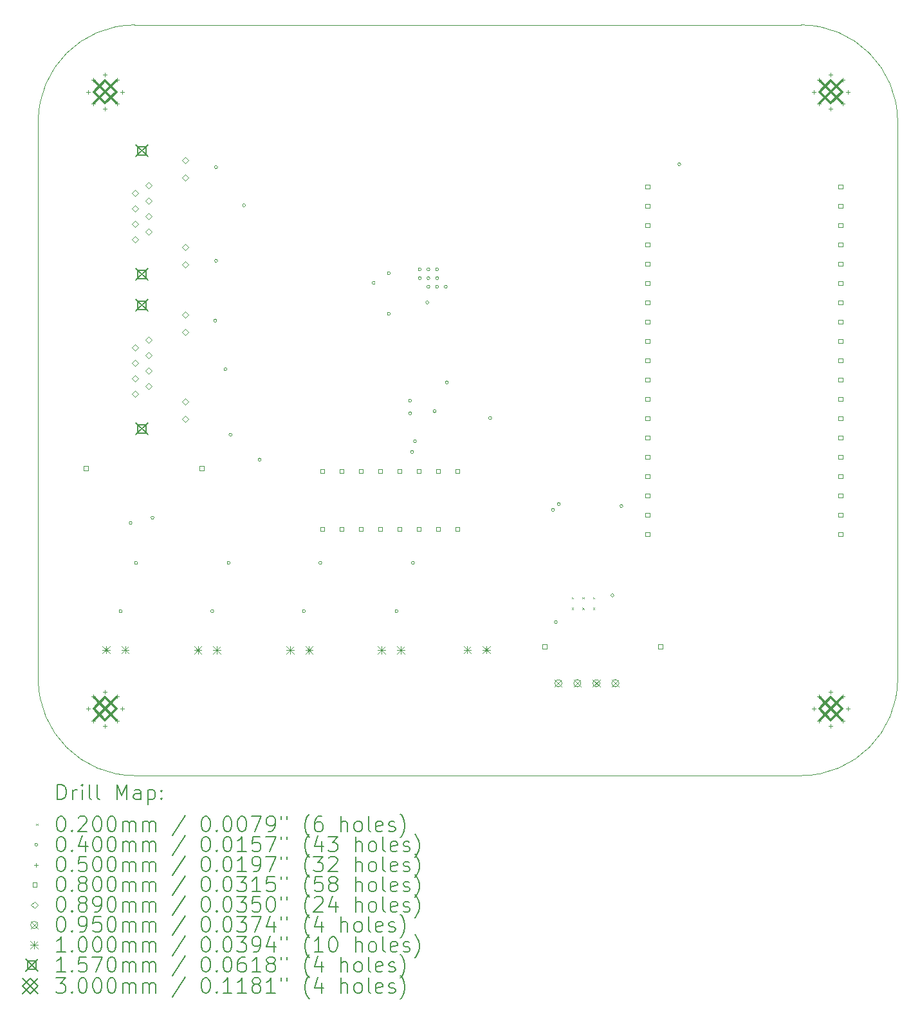
<source format=gbr>
%TF.GenerationSoftware,KiCad,Pcbnew,(6.0.11)*%
%TF.CreationDate,2023-03-05T16:19:06-05:00*%
%TF.ProjectId,pre-thermal-throttle-pcb,7072652d-7468-4657-926d-616c2d746872,rev?*%
%TF.SameCoordinates,Original*%
%TF.FileFunction,Drillmap*%
%TF.FilePolarity,Positive*%
%FSLAX45Y45*%
G04 Gerber Fmt 4.5, Leading zero omitted, Abs format (unit mm)*
G04 Created by KiCad (PCBNEW (6.0.11)) date 2023-03-05 16:19:06*
%MOMM*%
%LPD*%
G01*
G04 APERTURE LIST*
%ADD10C,0.100000*%
%ADD11C,0.200000*%
%ADD12C,0.020000*%
%ADD13C,0.040000*%
%ADD14C,0.050000*%
%ADD15C,0.080000*%
%ADD16C,0.089000*%
%ADD17C,0.095000*%
%ADD18C,0.157000*%
%ADD19C,0.300000*%
G04 APERTURE END LIST*
D10*
X23384374Y-13910174D02*
G75*
G03*
X24654374Y-12640174I0J1270000D01*
G01*
X24654374Y-5304926D02*
X24654374Y-12640174D01*
X14614026Y-4034926D02*
X23384374Y-4034926D01*
X13344026Y-5304926D02*
X13344025Y-12640174D01*
X23384374Y-13910174D02*
X14614025Y-13910174D01*
X14614026Y-4034926D02*
G75*
G03*
X13344026Y-5304926I0J-1270000D01*
G01*
X13344025Y-12640174D02*
G75*
G03*
X14614025Y-13910174I1270001J1D01*
G01*
X24654374Y-5304926D02*
G75*
G03*
X23384374Y-4034926I-1270004J-4D01*
G01*
D11*
D12*
X20366600Y-11562400D02*
X20386600Y-11582400D01*
X20386600Y-11562400D02*
X20366600Y-11582400D01*
X20366600Y-11702400D02*
X20386600Y-11722400D01*
X20386600Y-11702400D02*
X20366600Y-11722400D01*
X20506600Y-11562400D02*
X20526600Y-11582400D01*
X20526600Y-11562400D02*
X20506600Y-11582400D01*
X20506600Y-11702400D02*
X20526600Y-11722400D01*
X20526600Y-11702400D02*
X20506600Y-11722400D01*
X20646600Y-11562400D02*
X20666600Y-11582400D01*
X20666600Y-11562400D02*
X20646600Y-11582400D01*
X20646600Y-11702400D02*
X20666600Y-11722400D01*
X20666600Y-11702400D02*
X20646600Y-11722400D01*
D13*
X14448200Y-11746500D02*
G75*
G03*
X14448200Y-11746500I-20000J0D01*
G01*
X14579726Y-10586274D02*
G75*
G03*
X14579726Y-10586274I-20000J0D01*
G01*
X14651400Y-11111500D02*
G75*
G03*
X14651400Y-11111500I-20000J0D01*
G01*
X14867124Y-10516424D02*
G75*
G03*
X14867124Y-10516424I-20000J0D01*
G01*
X15653700Y-11747500D02*
G75*
G03*
X15653700Y-11747500I-20000J0D01*
G01*
X15693000Y-7923600D02*
G75*
G03*
X15693000Y-7923600I-20000J0D01*
G01*
X15703500Y-5906500D02*
G75*
G03*
X15703500Y-5906500I-20000J0D01*
G01*
X15704500Y-7137400D02*
G75*
G03*
X15704500Y-7137400I-20000J0D01*
G01*
X15826900Y-8564400D02*
G75*
G03*
X15826900Y-8564400I-20000J0D01*
G01*
X15869600Y-11112500D02*
G75*
G03*
X15869600Y-11112500I-20000J0D01*
G01*
X15894000Y-9424400D02*
G75*
G03*
X15894000Y-9424400I-20000J0D01*
G01*
X16071280Y-6407400D02*
G75*
G03*
X16071280Y-6407400I-20000J0D01*
G01*
X16276000Y-9753600D02*
G75*
G03*
X16276000Y-9753600I-20000J0D01*
G01*
X16860200Y-11747500D02*
G75*
G03*
X16860200Y-11747500I-20000J0D01*
G01*
X17076100Y-11112500D02*
G75*
G03*
X17076100Y-11112500I-20000J0D01*
G01*
X17777300Y-7426800D02*
G75*
G03*
X17777300Y-7426800I-20000J0D01*
G01*
X17977800Y-7302500D02*
G75*
G03*
X17977800Y-7302500I-20000J0D01*
G01*
X17977800Y-7835900D02*
G75*
G03*
X17977800Y-7835900I-20000J0D01*
G01*
X18079400Y-11747500D02*
G75*
G03*
X18079400Y-11747500I-20000J0D01*
G01*
X18257200Y-8978900D02*
G75*
G03*
X18257200Y-8978900I-20000J0D01*
G01*
X18257200Y-9144000D02*
G75*
G03*
X18257200Y-9144000I-20000J0D01*
G01*
X18282600Y-9652000D02*
G75*
G03*
X18282600Y-9652000I-20000J0D01*
G01*
X18295300Y-11112500D02*
G75*
G03*
X18295300Y-11112500I-20000J0D01*
G01*
X18321770Y-9510370D02*
G75*
G03*
X18321770Y-9510370I-20000J0D01*
G01*
X18384200Y-7251700D02*
G75*
G03*
X18384200Y-7251700I-20000J0D01*
G01*
X18384200Y-7366000D02*
G75*
G03*
X18384200Y-7366000I-20000J0D01*
G01*
X18483900Y-7685400D02*
G75*
G03*
X18483900Y-7685400I-20000J0D01*
G01*
X18498500Y-7251700D02*
G75*
G03*
X18498500Y-7251700I-20000J0D01*
G01*
X18498500Y-7366000D02*
G75*
G03*
X18498500Y-7366000I-20000J0D01*
G01*
X18498500Y-7480300D02*
G75*
G03*
X18498500Y-7480300I-20000J0D01*
G01*
X18579950Y-9116060D02*
G75*
G03*
X18579950Y-9116060I-20000J0D01*
G01*
X18612800Y-7251700D02*
G75*
G03*
X18612800Y-7251700I-20000J0D01*
G01*
X18612800Y-7366000D02*
G75*
G03*
X18612800Y-7366000I-20000J0D01*
G01*
X18612800Y-7480300D02*
G75*
G03*
X18612800Y-7480300I-20000J0D01*
G01*
X18727100Y-7480300D02*
G75*
G03*
X18727100Y-7480300I-20000J0D01*
G01*
X18739800Y-8737600D02*
G75*
G03*
X18739800Y-8737600I-20000J0D01*
G01*
X19311300Y-9207500D02*
G75*
G03*
X19311300Y-9207500I-20000J0D01*
G01*
X20136800Y-10414000D02*
G75*
G03*
X20136800Y-10414000I-20000J0D01*
G01*
X20176123Y-11889900D02*
G75*
G03*
X20176123Y-11889900I-20000J0D01*
G01*
X20213000Y-10337800D02*
G75*
G03*
X20213000Y-10337800I-20000J0D01*
G01*
X20919600Y-11539100D02*
G75*
G03*
X20919600Y-11539100I-20000J0D01*
G01*
X21038500Y-10363200D02*
G75*
G03*
X21038500Y-10363200I-20000J0D01*
G01*
X21800500Y-5867400D02*
G75*
G03*
X21800500Y-5867400I-20000J0D01*
G01*
D14*
X13999000Y-4889900D02*
X13999000Y-4939900D01*
X13974000Y-4914900D02*
X14024000Y-4914900D01*
X13999000Y-13005200D02*
X13999000Y-13055200D01*
X13974000Y-13030200D02*
X14024000Y-13030200D01*
X14064901Y-4730801D02*
X14064901Y-4780801D01*
X14039901Y-4755801D02*
X14089901Y-4755801D01*
X14064901Y-5048999D02*
X14064901Y-5098999D01*
X14039901Y-5073999D02*
X14089901Y-5073999D01*
X14064901Y-12846101D02*
X14064901Y-12896101D01*
X14039901Y-12871101D02*
X14089901Y-12871101D01*
X14064901Y-13164299D02*
X14064901Y-13214299D01*
X14039901Y-13189299D02*
X14089901Y-13189299D01*
X14224000Y-4664900D02*
X14224000Y-4714900D01*
X14199000Y-4689900D02*
X14249000Y-4689900D01*
X14224000Y-5114900D02*
X14224000Y-5164900D01*
X14199000Y-5139900D02*
X14249000Y-5139900D01*
X14224000Y-12780200D02*
X14224000Y-12830200D01*
X14199000Y-12805200D02*
X14249000Y-12805200D01*
X14224000Y-13230200D02*
X14224000Y-13280200D01*
X14199000Y-13255200D02*
X14249000Y-13255200D01*
X14383099Y-4730801D02*
X14383099Y-4780801D01*
X14358099Y-4755801D02*
X14408099Y-4755801D01*
X14383099Y-5048999D02*
X14383099Y-5098999D01*
X14358099Y-5073999D02*
X14408099Y-5073999D01*
X14383099Y-12846101D02*
X14383099Y-12896101D01*
X14358099Y-12871101D02*
X14408099Y-12871101D01*
X14383099Y-13164299D02*
X14383099Y-13214299D01*
X14358099Y-13189299D02*
X14408099Y-13189299D01*
X14449000Y-4889900D02*
X14449000Y-4939900D01*
X14424000Y-4914900D02*
X14474000Y-4914900D01*
X14449000Y-13005200D02*
X14449000Y-13055200D01*
X14424000Y-13030200D02*
X14474000Y-13030200D01*
X23549400Y-4889900D02*
X23549400Y-4939900D01*
X23524400Y-4914900D02*
X23574400Y-4914900D01*
X23549400Y-13005200D02*
X23549400Y-13055200D01*
X23524400Y-13030200D02*
X23574400Y-13030200D01*
X23615301Y-4730801D02*
X23615301Y-4780801D01*
X23590301Y-4755801D02*
X23640301Y-4755801D01*
X23615301Y-5048999D02*
X23615301Y-5098999D01*
X23590301Y-5073999D02*
X23640301Y-5073999D01*
X23615301Y-12846101D02*
X23615301Y-12896101D01*
X23590301Y-12871101D02*
X23640301Y-12871101D01*
X23615301Y-13164299D02*
X23615301Y-13214299D01*
X23590301Y-13189299D02*
X23640301Y-13189299D01*
X23774400Y-4664900D02*
X23774400Y-4714900D01*
X23749400Y-4689900D02*
X23799400Y-4689900D01*
X23774400Y-5114900D02*
X23774400Y-5164900D01*
X23749400Y-5139900D02*
X23799400Y-5139900D01*
X23774400Y-12780200D02*
X23774400Y-12830200D01*
X23749400Y-12805200D02*
X23799400Y-12805200D01*
X23774400Y-13230200D02*
X23774400Y-13280200D01*
X23749400Y-13255200D02*
X23799400Y-13255200D01*
X23933499Y-4730801D02*
X23933499Y-4780801D01*
X23908499Y-4755801D02*
X23958499Y-4755801D01*
X23933499Y-5048999D02*
X23933499Y-5098999D01*
X23908499Y-5073999D02*
X23958499Y-5073999D01*
X23933499Y-12846101D02*
X23933499Y-12896101D01*
X23908499Y-12871101D02*
X23958499Y-12871101D01*
X23933499Y-13164299D02*
X23933499Y-13214299D01*
X23908499Y-13189299D02*
X23958499Y-13189299D01*
X23999400Y-4889900D02*
X23999400Y-4939900D01*
X23974400Y-4914900D02*
X24024400Y-4914900D01*
X23999400Y-13005200D02*
X23999400Y-13055200D01*
X23974400Y-13030200D02*
X24024400Y-13030200D01*
D15*
X13998284Y-9896185D02*
X13998284Y-9839616D01*
X13941715Y-9839616D01*
X13941715Y-9896185D01*
X13998284Y-9896185D01*
X15522284Y-9896185D02*
X15522284Y-9839616D01*
X15465715Y-9839616D01*
X15465715Y-9896185D01*
X15522284Y-9896185D01*
X17111285Y-9933285D02*
X17111285Y-9876716D01*
X17054716Y-9876716D01*
X17054716Y-9933285D01*
X17111285Y-9933285D01*
X17111285Y-10695285D02*
X17111285Y-10638716D01*
X17054716Y-10638716D01*
X17054716Y-10695285D01*
X17111285Y-10695285D01*
X17365285Y-9933285D02*
X17365285Y-9876716D01*
X17308716Y-9876716D01*
X17308716Y-9933285D01*
X17365285Y-9933285D01*
X17365285Y-10695285D02*
X17365285Y-10638716D01*
X17308716Y-10638716D01*
X17308716Y-10695285D01*
X17365285Y-10695285D01*
X17619285Y-9933285D02*
X17619285Y-9876716D01*
X17562716Y-9876716D01*
X17562716Y-9933285D01*
X17619285Y-9933285D01*
X17619285Y-10695285D02*
X17619285Y-10638716D01*
X17562716Y-10638716D01*
X17562716Y-10695285D01*
X17619285Y-10695285D01*
X17873285Y-9933285D02*
X17873285Y-9876716D01*
X17816716Y-9876716D01*
X17816716Y-9933285D01*
X17873285Y-9933285D01*
X17873285Y-10695285D02*
X17873285Y-10638716D01*
X17816716Y-10638716D01*
X17816716Y-10695285D01*
X17873285Y-10695285D01*
X18127285Y-9933285D02*
X18127285Y-9876716D01*
X18070716Y-9876716D01*
X18070716Y-9933285D01*
X18127285Y-9933285D01*
X18127285Y-10695285D02*
X18127285Y-10638716D01*
X18070716Y-10638716D01*
X18070716Y-10695285D01*
X18127285Y-10695285D01*
X18381285Y-9933285D02*
X18381285Y-9876716D01*
X18324716Y-9876716D01*
X18324716Y-9933285D01*
X18381285Y-9933285D01*
X18381285Y-10695285D02*
X18381285Y-10638716D01*
X18324716Y-10638716D01*
X18324716Y-10695285D01*
X18381285Y-10695285D01*
X18635285Y-9933285D02*
X18635285Y-9876716D01*
X18578716Y-9876716D01*
X18578716Y-9933285D01*
X18635285Y-9933285D01*
X18635285Y-10695285D02*
X18635285Y-10638716D01*
X18578716Y-10638716D01*
X18578716Y-10695285D01*
X18635285Y-10695285D01*
X18889285Y-9933285D02*
X18889285Y-9876716D01*
X18832716Y-9876716D01*
X18832716Y-9933285D01*
X18889285Y-9933285D01*
X18889285Y-10695285D02*
X18889285Y-10638716D01*
X18832716Y-10638716D01*
X18832716Y-10695285D01*
X18889285Y-10695285D01*
X20038885Y-12240484D02*
X20038885Y-12183915D01*
X19982316Y-12183915D01*
X19982316Y-12240484D01*
X20038885Y-12240484D01*
X21389685Y-6191340D02*
X21389685Y-6134771D01*
X21333116Y-6134771D01*
X21333116Y-6191340D01*
X21389685Y-6191340D01*
X21389685Y-6445340D02*
X21389685Y-6388771D01*
X21333116Y-6388771D01*
X21333116Y-6445340D01*
X21389685Y-6445340D01*
X21389685Y-6699340D02*
X21389685Y-6642771D01*
X21333116Y-6642771D01*
X21333116Y-6699340D01*
X21389685Y-6699340D01*
X21389685Y-6953340D02*
X21389685Y-6896771D01*
X21333116Y-6896771D01*
X21333116Y-6953340D01*
X21389685Y-6953340D01*
X21389685Y-7207340D02*
X21389685Y-7150771D01*
X21333116Y-7150771D01*
X21333116Y-7207340D01*
X21389685Y-7207340D01*
X21389685Y-7461340D02*
X21389685Y-7404771D01*
X21333116Y-7404771D01*
X21333116Y-7461340D01*
X21389685Y-7461340D01*
X21389685Y-7715340D02*
X21389685Y-7658771D01*
X21333116Y-7658771D01*
X21333116Y-7715340D01*
X21389685Y-7715340D01*
X21389685Y-7969340D02*
X21389685Y-7912771D01*
X21333116Y-7912771D01*
X21333116Y-7969340D01*
X21389685Y-7969340D01*
X21389685Y-8223340D02*
X21389685Y-8166771D01*
X21333116Y-8166771D01*
X21333116Y-8223340D01*
X21389685Y-8223340D01*
X21389685Y-8477341D02*
X21389685Y-8420772D01*
X21333116Y-8420772D01*
X21333116Y-8477341D01*
X21389685Y-8477341D01*
X21389685Y-8731341D02*
X21389685Y-8674772D01*
X21333116Y-8674772D01*
X21333116Y-8731341D01*
X21389685Y-8731341D01*
X21389685Y-8985341D02*
X21389685Y-8928772D01*
X21333116Y-8928772D01*
X21333116Y-8985341D01*
X21389685Y-8985341D01*
X21389685Y-9239341D02*
X21389685Y-9182772D01*
X21333116Y-9182772D01*
X21333116Y-9239341D01*
X21389685Y-9239341D01*
X21389685Y-9493341D02*
X21389685Y-9436772D01*
X21333116Y-9436772D01*
X21333116Y-9493341D01*
X21389685Y-9493341D01*
X21389685Y-9747341D02*
X21389685Y-9690772D01*
X21333116Y-9690772D01*
X21333116Y-9747341D01*
X21389685Y-9747341D01*
X21389685Y-10001341D02*
X21389685Y-9944772D01*
X21333116Y-9944772D01*
X21333116Y-10001341D01*
X21389685Y-10001341D01*
X21389685Y-10255341D02*
X21389685Y-10198772D01*
X21333116Y-10198772D01*
X21333116Y-10255341D01*
X21389685Y-10255341D01*
X21389685Y-10509341D02*
X21389685Y-10452772D01*
X21333116Y-10452772D01*
X21333116Y-10509341D01*
X21389685Y-10509341D01*
X21389685Y-10763341D02*
X21389685Y-10706772D01*
X21333116Y-10706772D01*
X21333116Y-10763341D01*
X21389685Y-10763341D01*
X21562885Y-12240484D02*
X21562885Y-12183915D01*
X21506316Y-12183915D01*
X21506316Y-12240484D01*
X21562885Y-12240484D01*
X23929316Y-10509069D02*
X23929316Y-10452500D01*
X23872747Y-10452500D01*
X23872747Y-10509069D01*
X23929316Y-10509069D01*
X23929316Y-10763069D02*
X23929316Y-10706500D01*
X23872747Y-10706500D01*
X23872747Y-10763069D01*
X23929316Y-10763069D01*
X23929684Y-6191340D02*
X23929684Y-6134771D01*
X23873115Y-6134771D01*
X23873115Y-6191340D01*
X23929684Y-6191340D01*
X23929684Y-6445340D02*
X23929684Y-6388771D01*
X23873115Y-6388771D01*
X23873115Y-6445340D01*
X23929684Y-6445340D01*
X23929684Y-6699340D02*
X23929684Y-6642771D01*
X23873115Y-6642771D01*
X23873115Y-6699340D01*
X23929684Y-6699340D01*
X23929684Y-6953340D02*
X23929684Y-6896771D01*
X23873115Y-6896771D01*
X23873115Y-6953340D01*
X23929684Y-6953340D01*
X23929684Y-7207340D02*
X23929684Y-7150771D01*
X23873115Y-7150771D01*
X23873115Y-7207340D01*
X23929684Y-7207340D01*
X23929684Y-7461340D02*
X23929684Y-7404771D01*
X23873115Y-7404771D01*
X23873115Y-7461340D01*
X23929684Y-7461340D01*
X23929684Y-7715340D02*
X23929684Y-7658771D01*
X23873115Y-7658771D01*
X23873115Y-7715340D01*
X23929684Y-7715340D01*
X23929684Y-7969340D02*
X23929684Y-7912771D01*
X23873115Y-7912771D01*
X23873115Y-7969340D01*
X23929684Y-7969340D01*
X23929684Y-8223340D02*
X23929684Y-8166771D01*
X23873115Y-8166771D01*
X23873115Y-8223340D01*
X23929684Y-8223340D01*
X23929684Y-8477341D02*
X23929684Y-8420772D01*
X23873115Y-8420772D01*
X23873115Y-8477341D01*
X23929684Y-8477341D01*
X23929684Y-8731341D02*
X23929684Y-8674772D01*
X23873115Y-8674772D01*
X23873115Y-8731341D01*
X23929684Y-8731341D01*
X23929684Y-8985341D02*
X23929684Y-8928772D01*
X23873115Y-8928772D01*
X23873115Y-8985341D01*
X23929684Y-8985341D01*
X23929684Y-9239341D02*
X23929684Y-9182772D01*
X23873115Y-9182772D01*
X23873115Y-9239341D01*
X23929684Y-9239341D01*
X23929684Y-9493341D02*
X23929684Y-9436772D01*
X23873115Y-9436772D01*
X23873115Y-9493341D01*
X23929684Y-9493341D01*
X23929684Y-9747341D02*
X23929684Y-9690772D01*
X23873115Y-9690772D01*
X23873115Y-9747341D01*
X23929684Y-9747341D01*
X23929684Y-10001341D02*
X23929684Y-9944772D01*
X23873115Y-9944772D01*
X23873115Y-10001341D01*
X23929684Y-10001341D01*
X23929684Y-10255341D02*
X23929684Y-10198772D01*
X23873115Y-10198772D01*
X23873115Y-10255341D01*
X23929684Y-10255341D01*
D16*
X14617500Y-6292900D02*
X14662000Y-6248400D01*
X14617500Y-6203900D01*
X14573000Y-6248400D01*
X14617500Y-6292900D01*
X14617500Y-6496100D02*
X14662000Y-6451600D01*
X14617500Y-6407100D01*
X14573000Y-6451600D01*
X14617500Y-6496100D01*
X14617500Y-6699300D02*
X14662000Y-6654800D01*
X14617500Y-6610300D01*
X14573000Y-6654800D01*
X14617500Y-6699300D01*
X14617500Y-6902500D02*
X14662000Y-6858000D01*
X14617500Y-6813500D01*
X14573000Y-6858000D01*
X14617500Y-6902500D01*
X14617500Y-8324900D02*
X14662000Y-8280400D01*
X14617500Y-8235900D01*
X14573000Y-8280400D01*
X14617500Y-8324900D01*
X14617500Y-8528100D02*
X14662000Y-8483600D01*
X14617500Y-8439100D01*
X14573000Y-8483600D01*
X14617500Y-8528100D01*
X14617500Y-8731300D02*
X14662000Y-8686800D01*
X14617500Y-8642300D01*
X14573000Y-8686800D01*
X14617500Y-8731300D01*
X14617500Y-8934500D02*
X14662000Y-8890000D01*
X14617500Y-8845500D01*
X14573000Y-8890000D01*
X14617500Y-8934500D01*
X14795500Y-6191300D02*
X14840000Y-6146800D01*
X14795500Y-6102300D01*
X14751000Y-6146800D01*
X14795500Y-6191300D01*
X14795500Y-6394500D02*
X14840000Y-6350000D01*
X14795500Y-6305500D01*
X14751000Y-6350000D01*
X14795500Y-6394500D01*
X14795500Y-6597700D02*
X14840000Y-6553200D01*
X14795500Y-6508700D01*
X14751000Y-6553200D01*
X14795500Y-6597700D01*
X14795500Y-6800900D02*
X14840000Y-6756400D01*
X14795500Y-6711900D01*
X14751000Y-6756400D01*
X14795500Y-6800900D01*
X14795500Y-8223300D02*
X14840000Y-8178800D01*
X14795500Y-8134300D01*
X14751000Y-8178800D01*
X14795500Y-8223300D01*
X14795500Y-8426500D02*
X14840000Y-8382000D01*
X14795500Y-8337500D01*
X14751000Y-8382000D01*
X14795500Y-8426500D01*
X14795500Y-8629700D02*
X14840000Y-8585200D01*
X14795500Y-8540700D01*
X14751000Y-8585200D01*
X14795500Y-8629700D01*
X14795500Y-8832900D02*
X14840000Y-8788400D01*
X14795500Y-8743900D01*
X14751000Y-8788400D01*
X14795500Y-8832900D01*
X15277500Y-5860500D02*
X15322000Y-5816000D01*
X15277500Y-5771500D01*
X15233000Y-5816000D01*
X15277500Y-5860500D01*
X15277500Y-6089500D02*
X15322000Y-6045000D01*
X15277500Y-6000500D01*
X15233000Y-6045000D01*
X15277500Y-6089500D01*
X15277500Y-7003500D02*
X15322000Y-6959000D01*
X15277500Y-6914500D01*
X15233000Y-6959000D01*
X15277500Y-7003500D01*
X15277500Y-7232500D02*
X15322000Y-7188000D01*
X15277500Y-7143500D01*
X15233000Y-7188000D01*
X15277500Y-7232500D01*
X15277500Y-7892500D02*
X15322000Y-7848000D01*
X15277500Y-7803500D01*
X15233000Y-7848000D01*
X15277500Y-7892500D01*
X15277500Y-8121500D02*
X15322000Y-8077000D01*
X15277500Y-8032500D01*
X15233000Y-8077000D01*
X15277500Y-8121500D01*
X15277500Y-9035500D02*
X15322000Y-8991000D01*
X15277500Y-8946500D01*
X15233000Y-8991000D01*
X15277500Y-9035500D01*
X15277500Y-9264500D02*
X15322000Y-9220000D01*
X15277500Y-9175500D01*
X15233000Y-9220000D01*
X15277500Y-9264500D01*
D17*
X20140900Y-12647300D02*
X20235900Y-12742300D01*
X20235900Y-12647300D02*
X20140900Y-12742300D01*
X20235900Y-12694800D02*
G75*
G03*
X20235900Y-12694800I-47500J0D01*
G01*
X20390900Y-12647300D02*
X20485900Y-12742300D01*
X20485900Y-12647300D02*
X20390900Y-12742300D01*
X20485900Y-12694800D02*
G75*
G03*
X20485900Y-12694800I-47500J0D01*
G01*
X20640900Y-12647300D02*
X20735900Y-12742300D01*
X20735900Y-12647300D02*
X20640900Y-12742300D01*
X20735900Y-12694800D02*
G75*
G03*
X20735900Y-12694800I-47500J0D01*
G01*
X20890900Y-12647300D02*
X20985900Y-12742300D01*
X20985900Y-12647300D02*
X20890900Y-12742300D01*
X20985900Y-12694800D02*
G75*
G03*
X20985900Y-12694800I-47500J0D01*
G01*
D10*
X14187800Y-12204500D02*
X14287800Y-12304500D01*
X14287800Y-12204500D02*
X14187800Y-12304500D01*
X14237800Y-12204500D02*
X14237800Y-12304500D01*
X14187800Y-12254500D02*
X14287800Y-12254500D01*
X14437800Y-12204500D02*
X14537800Y-12304500D01*
X14537800Y-12204500D02*
X14437800Y-12304500D01*
X14487800Y-12204500D02*
X14487800Y-12304500D01*
X14437800Y-12254500D02*
X14537800Y-12254500D01*
X15394300Y-12205500D02*
X15494300Y-12305500D01*
X15494300Y-12205500D02*
X15394300Y-12305500D01*
X15444300Y-12205500D02*
X15444300Y-12305500D01*
X15394300Y-12255500D02*
X15494300Y-12255500D01*
X15644300Y-12205500D02*
X15744300Y-12305500D01*
X15744300Y-12205500D02*
X15644300Y-12305500D01*
X15694300Y-12205500D02*
X15694300Y-12305500D01*
X15644300Y-12255500D02*
X15744300Y-12255500D01*
X16608200Y-12205500D02*
X16708200Y-12305500D01*
X16708200Y-12205500D02*
X16608200Y-12305500D01*
X16658200Y-12205500D02*
X16658200Y-12305500D01*
X16608200Y-12255500D02*
X16708200Y-12255500D01*
X16858200Y-12205500D02*
X16958200Y-12305500D01*
X16958200Y-12205500D02*
X16858200Y-12305500D01*
X16908200Y-12205500D02*
X16908200Y-12305500D01*
X16858200Y-12255500D02*
X16958200Y-12255500D01*
X17814700Y-12205500D02*
X17914700Y-12305500D01*
X17914700Y-12205500D02*
X17814700Y-12305500D01*
X17864700Y-12205500D02*
X17864700Y-12305500D01*
X17814700Y-12255500D02*
X17914700Y-12255500D01*
X18064700Y-12205500D02*
X18164700Y-12305500D01*
X18164700Y-12205500D02*
X18064700Y-12305500D01*
X18114700Y-12205500D02*
X18114700Y-12305500D01*
X18064700Y-12255500D02*
X18164700Y-12255500D01*
X18941000Y-12204500D02*
X19041000Y-12304500D01*
X19041000Y-12204500D02*
X18941000Y-12304500D01*
X18991000Y-12204500D02*
X18991000Y-12304500D01*
X18941000Y-12254500D02*
X19041000Y-12254500D01*
X19191000Y-12204500D02*
X19291000Y-12304500D01*
X19291000Y-12204500D02*
X19191000Y-12304500D01*
X19241000Y-12204500D02*
X19241000Y-12304500D01*
X19191000Y-12254500D02*
X19291000Y-12254500D01*
D18*
X14628000Y-5610500D02*
X14785000Y-5767500D01*
X14785000Y-5610500D02*
X14628000Y-5767500D01*
X14762008Y-5744508D02*
X14762008Y-5633492D01*
X14650992Y-5633492D01*
X14650992Y-5744508D01*
X14762008Y-5744508D01*
X14628000Y-7236500D02*
X14785000Y-7393500D01*
X14785000Y-7236500D02*
X14628000Y-7393500D01*
X14762008Y-7370508D02*
X14762008Y-7259492D01*
X14650992Y-7259492D01*
X14650992Y-7370508D01*
X14762008Y-7370508D01*
X14628000Y-7642500D02*
X14785000Y-7799500D01*
X14785000Y-7642500D02*
X14628000Y-7799500D01*
X14762008Y-7776508D02*
X14762008Y-7665492D01*
X14650992Y-7665492D01*
X14650992Y-7776508D01*
X14762008Y-7776508D01*
X14628000Y-9268500D02*
X14785000Y-9425500D01*
X14785000Y-9268500D02*
X14628000Y-9425500D01*
X14762008Y-9402508D02*
X14762008Y-9291492D01*
X14650992Y-9291492D01*
X14650992Y-9402508D01*
X14762008Y-9402508D01*
D19*
X14074000Y-4764900D02*
X14374000Y-5064900D01*
X14374000Y-4764900D02*
X14074000Y-5064900D01*
X14224000Y-5064900D02*
X14374000Y-4914900D01*
X14224000Y-4764900D01*
X14074000Y-4914900D01*
X14224000Y-5064900D01*
X14074000Y-12880200D02*
X14374000Y-13180200D01*
X14374000Y-12880200D02*
X14074000Y-13180200D01*
X14224000Y-13180200D02*
X14374000Y-13030200D01*
X14224000Y-12880200D01*
X14074000Y-13030200D01*
X14224000Y-13180200D01*
X23624400Y-4764900D02*
X23924400Y-5064900D01*
X23924400Y-4764900D02*
X23624400Y-5064900D01*
X23774400Y-5064900D02*
X23924400Y-4914900D01*
X23774400Y-4764900D01*
X23624400Y-4914900D01*
X23774400Y-5064900D01*
X23624400Y-12880200D02*
X23924400Y-13180200D01*
X23924400Y-12880200D02*
X23624400Y-13180200D01*
X23774400Y-13180200D02*
X23924400Y-13030200D01*
X23774400Y-12880200D01*
X23624400Y-13030200D01*
X23774400Y-13180200D01*
D11*
X13596644Y-14225651D02*
X13596644Y-14025651D01*
X13644263Y-14025651D01*
X13672835Y-14035174D01*
X13691883Y-14054222D01*
X13701406Y-14073270D01*
X13710930Y-14111365D01*
X13710930Y-14139936D01*
X13701406Y-14178032D01*
X13691883Y-14197079D01*
X13672835Y-14216127D01*
X13644263Y-14225651D01*
X13596644Y-14225651D01*
X13796644Y-14225651D02*
X13796644Y-14092317D01*
X13796644Y-14130412D02*
X13806168Y-14111365D01*
X13815692Y-14101841D01*
X13834740Y-14092317D01*
X13853787Y-14092317D01*
X13920454Y-14225651D02*
X13920454Y-14092317D01*
X13920454Y-14025651D02*
X13910930Y-14035174D01*
X13920454Y-14044698D01*
X13929978Y-14035174D01*
X13920454Y-14025651D01*
X13920454Y-14044698D01*
X14044263Y-14225651D02*
X14025216Y-14216127D01*
X14015692Y-14197079D01*
X14015692Y-14025651D01*
X14149025Y-14225651D02*
X14129978Y-14216127D01*
X14120454Y-14197079D01*
X14120454Y-14025651D01*
X14377597Y-14225651D02*
X14377597Y-14025651D01*
X14444263Y-14168508D01*
X14510930Y-14025651D01*
X14510930Y-14225651D01*
X14691883Y-14225651D02*
X14691883Y-14120889D01*
X14682359Y-14101841D01*
X14663311Y-14092317D01*
X14625216Y-14092317D01*
X14606168Y-14101841D01*
X14691883Y-14216127D02*
X14672835Y-14225651D01*
X14625216Y-14225651D01*
X14606168Y-14216127D01*
X14596644Y-14197079D01*
X14596644Y-14178032D01*
X14606168Y-14158984D01*
X14625216Y-14149460D01*
X14672835Y-14149460D01*
X14691883Y-14139936D01*
X14787121Y-14092317D02*
X14787121Y-14292317D01*
X14787121Y-14101841D02*
X14806168Y-14092317D01*
X14844263Y-14092317D01*
X14863311Y-14101841D01*
X14872835Y-14111365D01*
X14882359Y-14130412D01*
X14882359Y-14187555D01*
X14872835Y-14206603D01*
X14863311Y-14216127D01*
X14844263Y-14225651D01*
X14806168Y-14225651D01*
X14787121Y-14216127D01*
X14968073Y-14206603D02*
X14977597Y-14216127D01*
X14968073Y-14225651D01*
X14958549Y-14216127D01*
X14968073Y-14206603D01*
X14968073Y-14225651D01*
X14968073Y-14101841D02*
X14977597Y-14111365D01*
X14968073Y-14120889D01*
X14958549Y-14111365D01*
X14968073Y-14101841D01*
X14968073Y-14120889D01*
D12*
X13319025Y-14545174D02*
X13339025Y-14565174D01*
X13339025Y-14545174D02*
X13319025Y-14565174D01*
D11*
X13634740Y-14445651D02*
X13653787Y-14445651D01*
X13672835Y-14455174D01*
X13682359Y-14464698D01*
X13691883Y-14483746D01*
X13701406Y-14521841D01*
X13701406Y-14569460D01*
X13691883Y-14607555D01*
X13682359Y-14626603D01*
X13672835Y-14636127D01*
X13653787Y-14645651D01*
X13634740Y-14645651D01*
X13615692Y-14636127D01*
X13606168Y-14626603D01*
X13596644Y-14607555D01*
X13587121Y-14569460D01*
X13587121Y-14521841D01*
X13596644Y-14483746D01*
X13606168Y-14464698D01*
X13615692Y-14455174D01*
X13634740Y-14445651D01*
X13787121Y-14626603D02*
X13796644Y-14636127D01*
X13787121Y-14645651D01*
X13777597Y-14636127D01*
X13787121Y-14626603D01*
X13787121Y-14645651D01*
X13872835Y-14464698D02*
X13882359Y-14455174D01*
X13901406Y-14445651D01*
X13949025Y-14445651D01*
X13968073Y-14455174D01*
X13977597Y-14464698D01*
X13987121Y-14483746D01*
X13987121Y-14502793D01*
X13977597Y-14531365D01*
X13863311Y-14645651D01*
X13987121Y-14645651D01*
X14110930Y-14445651D02*
X14129978Y-14445651D01*
X14149025Y-14455174D01*
X14158549Y-14464698D01*
X14168073Y-14483746D01*
X14177597Y-14521841D01*
X14177597Y-14569460D01*
X14168073Y-14607555D01*
X14158549Y-14626603D01*
X14149025Y-14636127D01*
X14129978Y-14645651D01*
X14110930Y-14645651D01*
X14091883Y-14636127D01*
X14082359Y-14626603D01*
X14072835Y-14607555D01*
X14063311Y-14569460D01*
X14063311Y-14521841D01*
X14072835Y-14483746D01*
X14082359Y-14464698D01*
X14091883Y-14455174D01*
X14110930Y-14445651D01*
X14301406Y-14445651D02*
X14320454Y-14445651D01*
X14339502Y-14455174D01*
X14349025Y-14464698D01*
X14358549Y-14483746D01*
X14368073Y-14521841D01*
X14368073Y-14569460D01*
X14358549Y-14607555D01*
X14349025Y-14626603D01*
X14339502Y-14636127D01*
X14320454Y-14645651D01*
X14301406Y-14645651D01*
X14282359Y-14636127D01*
X14272835Y-14626603D01*
X14263311Y-14607555D01*
X14253787Y-14569460D01*
X14253787Y-14521841D01*
X14263311Y-14483746D01*
X14272835Y-14464698D01*
X14282359Y-14455174D01*
X14301406Y-14445651D01*
X14453787Y-14645651D02*
X14453787Y-14512317D01*
X14453787Y-14531365D02*
X14463311Y-14521841D01*
X14482359Y-14512317D01*
X14510930Y-14512317D01*
X14529978Y-14521841D01*
X14539502Y-14540889D01*
X14539502Y-14645651D01*
X14539502Y-14540889D02*
X14549025Y-14521841D01*
X14568073Y-14512317D01*
X14596644Y-14512317D01*
X14615692Y-14521841D01*
X14625216Y-14540889D01*
X14625216Y-14645651D01*
X14720454Y-14645651D02*
X14720454Y-14512317D01*
X14720454Y-14531365D02*
X14729978Y-14521841D01*
X14749025Y-14512317D01*
X14777597Y-14512317D01*
X14796644Y-14521841D01*
X14806168Y-14540889D01*
X14806168Y-14645651D01*
X14806168Y-14540889D02*
X14815692Y-14521841D01*
X14834740Y-14512317D01*
X14863311Y-14512317D01*
X14882359Y-14521841D01*
X14891883Y-14540889D01*
X14891883Y-14645651D01*
X15282359Y-14436127D02*
X15110930Y-14693270D01*
X15539502Y-14445651D02*
X15558549Y-14445651D01*
X15577597Y-14455174D01*
X15587121Y-14464698D01*
X15596644Y-14483746D01*
X15606168Y-14521841D01*
X15606168Y-14569460D01*
X15596644Y-14607555D01*
X15587121Y-14626603D01*
X15577597Y-14636127D01*
X15558549Y-14645651D01*
X15539502Y-14645651D01*
X15520454Y-14636127D01*
X15510930Y-14626603D01*
X15501406Y-14607555D01*
X15491883Y-14569460D01*
X15491883Y-14521841D01*
X15501406Y-14483746D01*
X15510930Y-14464698D01*
X15520454Y-14455174D01*
X15539502Y-14445651D01*
X15691883Y-14626603D02*
X15701406Y-14636127D01*
X15691883Y-14645651D01*
X15682359Y-14636127D01*
X15691883Y-14626603D01*
X15691883Y-14645651D01*
X15825216Y-14445651D02*
X15844263Y-14445651D01*
X15863311Y-14455174D01*
X15872835Y-14464698D01*
X15882359Y-14483746D01*
X15891883Y-14521841D01*
X15891883Y-14569460D01*
X15882359Y-14607555D01*
X15872835Y-14626603D01*
X15863311Y-14636127D01*
X15844263Y-14645651D01*
X15825216Y-14645651D01*
X15806168Y-14636127D01*
X15796644Y-14626603D01*
X15787121Y-14607555D01*
X15777597Y-14569460D01*
X15777597Y-14521841D01*
X15787121Y-14483746D01*
X15796644Y-14464698D01*
X15806168Y-14455174D01*
X15825216Y-14445651D01*
X16015692Y-14445651D02*
X16034740Y-14445651D01*
X16053787Y-14455174D01*
X16063311Y-14464698D01*
X16072835Y-14483746D01*
X16082359Y-14521841D01*
X16082359Y-14569460D01*
X16072835Y-14607555D01*
X16063311Y-14626603D01*
X16053787Y-14636127D01*
X16034740Y-14645651D01*
X16015692Y-14645651D01*
X15996644Y-14636127D01*
X15987121Y-14626603D01*
X15977597Y-14607555D01*
X15968073Y-14569460D01*
X15968073Y-14521841D01*
X15977597Y-14483746D01*
X15987121Y-14464698D01*
X15996644Y-14455174D01*
X16015692Y-14445651D01*
X16149025Y-14445651D02*
X16282359Y-14445651D01*
X16196644Y-14645651D01*
X16368073Y-14645651D02*
X16406168Y-14645651D01*
X16425216Y-14636127D01*
X16434740Y-14626603D01*
X16453787Y-14598032D01*
X16463311Y-14559936D01*
X16463311Y-14483746D01*
X16453787Y-14464698D01*
X16444263Y-14455174D01*
X16425216Y-14445651D01*
X16387121Y-14445651D01*
X16368073Y-14455174D01*
X16358549Y-14464698D01*
X16349025Y-14483746D01*
X16349025Y-14531365D01*
X16358549Y-14550412D01*
X16368073Y-14559936D01*
X16387121Y-14569460D01*
X16425216Y-14569460D01*
X16444263Y-14559936D01*
X16453787Y-14550412D01*
X16463311Y-14531365D01*
X16539502Y-14445651D02*
X16539502Y-14483746D01*
X16615692Y-14445651D02*
X16615692Y-14483746D01*
X16910930Y-14721841D02*
X16901406Y-14712317D01*
X16882359Y-14683746D01*
X16872835Y-14664698D01*
X16863311Y-14636127D01*
X16853787Y-14588508D01*
X16853787Y-14550412D01*
X16863311Y-14502793D01*
X16872835Y-14474222D01*
X16882359Y-14455174D01*
X16901406Y-14426603D01*
X16910930Y-14417079D01*
X17072835Y-14445651D02*
X17034740Y-14445651D01*
X17015692Y-14455174D01*
X17006168Y-14464698D01*
X16987121Y-14493270D01*
X16977597Y-14531365D01*
X16977597Y-14607555D01*
X16987121Y-14626603D01*
X16996645Y-14636127D01*
X17015692Y-14645651D01*
X17053787Y-14645651D01*
X17072835Y-14636127D01*
X17082359Y-14626603D01*
X17091883Y-14607555D01*
X17091883Y-14559936D01*
X17082359Y-14540889D01*
X17072835Y-14531365D01*
X17053787Y-14521841D01*
X17015692Y-14521841D01*
X16996645Y-14531365D01*
X16987121Y-14540889D01*
X16977597Y-14559936D01*
X17329978Y-14645651D02*
X17329978Y-14445651D01*
X17415692Y-14645651D02*
X17415692Y-14540889D01*
X17406168Y-14521841D01*
X17387121Y-14512317D01*
X17358549Y-14512317D01*
X17339502Y-14521841D01*
X17329978Y-14531365D01*
X17539502Y-14645651D02*
X17520454Y-14636127D01*
X17510930Y-14626603D01*
X17501406Y-14607555D01*
X17501406Y-14550412D01*
X17510930Y-14531365D01*
X17520454Y-14521841D01*
X17539502Y-14512317D01*
X17568073Y-14512317D01*
X17587121Y-14521841D01*
X17596645Y-14531365D01*
X17606168Y-14550412D01*
X17606168Y-14607555D01*
X17596645Y-14626603D01*
X17587121Y-14636127D01*
X17568073Y-14645651D01*
X17539502Y-14645651D01*
X17720454Y-14645651D02*
X17701406Y-14636127D01*
X17691883Y-14617079D01*
X17691883Y-14445651D01*
X17872835Y-14636127D02*
X17853787Y-14645651D01*
X17815692Y-14645651D01*
X17796645Y-14636127D01*
X17787121Y-14617079D01*
X17787121Y-14540889D01*
X17796645Y-14521841D01*
X17815692Y-14512317D01*
X17853787Y-14512317D01*
X17872835Y-14521841D01*
X17882359Y-14540889D01*
X17882359Y-14559936D01*
X17787121Y-14578984D01*
X17958549Y-14636127D02*
X17977597Y-14645651D01*
X18015692Y-14645651D01*
X18034740Y-14636127D01*
X18044264Y-14617079D01*
X18044264Y-14607555D01*
X18034740Y-14588508D01*
X18015692Y-14578984D01*
X17987121Y-14578984D01*
X17968073Y-14569460D01*
X17958549Y-14550412D01*
X17958549Y-14540889D01*
X17968073Y-14521841D01*
X17987121Y-14512317D01*
X18015692Y-14512317D01*
X18034740Y-14521841D01*
X18110930Y-14721841D02*
X18120454Y-14712317D01*
X18139502Y-14683746D01*
X18149025Y-14664698D01*
X18158549Y-14636127D01*
X18168073Y-14588508D01*
X18168073Y-14550412D01*
X18158549Y-14502793D01*
X18149025Y-14474222D01*
X18139502Y-14455174D01*
X18120454Y-14426603D01*
X18110930Y-14417079D01*
D13*
X13339025Y-14819174D02*
G75*
G03*
X13339025Y-14819174I-20000J0D01*
G01*
D11*
X13634740Y-14709651D02*
X13653787Y-14709651D01*
X13672835Y-14719174D01*
X13682359Y-14728698D01*
X13691883Y-14747746D01*
X13701406Y-14785841D01*
X13701406Y-14833460D01*
X13691883Y-14871555D01*
X13682359Y-14890603D01*
X13672835Y-14900127D01*
X13653787Y-14909651D01*
X13634740Y-14909651D01*
X13615692Y-14900127D01*
X13606168Y-14890603D01*
X13596644Y-14871555D01*
X13587121Y-14833460D01*
X13587121Y-14785841D01*
X13596644Y-14747746D01*
X13606168Y-14728698D01*
X13615692Y-14719174D01*
X13634740Y-14709651D01*
X13787121Y-14890603D02*
X13796644Y-14900127D01*
X13787121Y-14909651D01*
X13777597Y-14900127D01*
X13787121Y-14890603D01*
X13787121Y-14909651D01*
X13968073Y-14776317D02*
X13968073Y-14909651D01*
X13920454Y-14700127D02*
X13872835Y-14842984D01*
X13996644Y-14842984D01*
X14110930Y-14709651D02*
X14129978Y-14709651D01*
X14149025Y-14719174D01*
X14158549Y-14728698D01*
X14168073Y-14747746D01*
X14177597Y-14785841D01*
X14177597Y-14833460D01*
X14168073Y-14871555D01*
X14158549Y-14890603D01*
X14149025Y-14900127D01*
X14129978Y-14909651D01*
X14110930Y-14909651D01*
X14091883Y-14900127D01*
X14082359Y-14890603D01*
X14072835Y-14871555D01*
X14063311Y-14833460D01*
X14063311Y-14785841D01*
X14072835Y-14747746D01*
X14082359Y-14728698D01*
X14091883Y-14719174D01*
X14110930Y-14709651D01*
X14301406Y-14709651D02*
X14320454Y-14709651D01*
X14339502Y-14719174D01*
X14349025Y-14728698D01*
X14358549Y-14747746D01*
X14368073Y-14785841D01*
X14368073Y-14833460D01*
X14358549Y-14871555D01*
X14349025Y-14890603D01*
X14339502Y-14900127D01*
X14320454Y-14909651D01*
X14301406Y-14909651D01*
X14282359Y-14900127D01*
X14272835Y-14890603D01*
X14263311Y-14871555D01*
X14253787Y-14833460D01*
X14253787Y-14785841D01*
X14263311Y-14747746D01*
X14272835Y-14728698D01*
X14282359Y-14719174D01*
X14301406Y-14709651D01*
X14453787Y-14909651D02*
X14453787Y-14776317D01*
X14453787Y-14795365D02*
X14463311Y-14785841D01*
X14482359Y-14776317D01*
X14510930Y-14776317D01*
X14529978Y-14785841D01*
X14539502Y-14804889D01*
X14539502Y-14909651D01*
X14539502Y-14804889D02*
X14549025Y-14785841D01*
X14568073Y-14776317D01*
X14596644Y-14776317D01*
X14615692Y-14785841D01*
X14625216Y-14804889D01*
X14625216Y-14909651D01*
X14720454Y-14909651D02*
X14720454Y-14776317D01*
X14720454Y-14795365D02*
X14729978Y-14785841D01*
X14749025Y-14776317D01*
X14777597Y-14776317D01*
X14796644Y-14785841D01*
X14806168Y-14804889D01*
X14806168Y-14909651D01*
X14806168Y-14804889D02*
X14815692Y-14785841D01*
X14834740Y-14776317D01*
X14863311Y-14776317D01*
X14882359Y-14785841D01*
X14891883Y-14804889D01*
X14891883Y-14909651D01*
X15282359Y-14700127D02*
X15110930Y-14957270D01*
X15539502Y-14709651D02*
X15558549Y-14709651D01*
X15577597Y-14719174D01*
X15587121Y-14728698D01*
X15596644Y-14747746D01*
X15606168Y-14785841D01*
X15606168Y-14833460D01*
X15596644Y-14871555D01*
X15587121Y-14890603D01*
X15577597Y-14900127D01*
X15558549Y-14909651D01*
X15539502Y-14909651D01*
X15520454Y-14900127D01*
X15510930Y-14890603D01*
X15501406Y-14871555D01*
X15491883Y-14833460D01*
X15491883Y-14785841D01*
X15501406Y-14747746D01*
X15510930Y-14728698D01*
X15520454Y-14719174D01*
X15539502Y-14709651D01*
X15691883Y-14890603D02*
X15701406Y-14900127D01*
X15691883Y-14909651D01*
X15682359Y-14900127D01*
X15691883Y-14890603D01*
X15691883Y-14909651D01*
X15825216Y-14709651D02*
X15844263Y-14709651D01*
X15863311Y-14719174D01*
X15872835Y-14728698D01*
X15882359Y-14747746D01*
X15891883Y-14785841D01*
X15891883Y-14833460D01*
X15882359Y-14871555D01*
X15872835Y-14890603D01*
X15863311Y-14900127D01*
X15844263Y-14909651D01*
X15825216Y-14909651D01*
X15806168Y-14900127D01*
X15796644Y-14890603D01*
X15787121Y-14871555D01*
X15777597Y-14833460D01*
X15777597Y-14785841D01*
X15787121Y-14747746D01*
X15796644Y-14728698D01*
X15806168Y-14719174D01*
X15825216Y-14709651D01*
X16082359Y-14909651D02*
X15968073Y-14909651D01*
X16025216Y-14909651D02*
X16025216Y-14709651D01*
X16006168Y-14738222D01*
X15987121Y-14757270D01*
X15968073Y-14766793D01*
X16263311Y-14709651D02*
X16168073Y-14709651D01*
X16158549Y-14804889D01*
X16168073Y-14795365D01*
X16187121Y-14785841D01*
X16234740Y-14785841D01*
X16253787Y-14795365D01*
X16263311Y-14804889D01*
X16272835Y-14823936D01*
X16272835Y-14871555D01*
X16263311Y-14890603D01*
X16253787Y-14900127D01*
X16234740Y-14909651D01*
X16187121Y-14909651D01*
X16168073Y-14900127D01*
X16158549Y-14890603D01*
X16339502Y-14709651D02*
X16472835Y-14709651D01*
X16387121Y-14909651D01*
X16539502Y-14709651D02*
X16539502Y-14747746D01*
X16615692Y-14709651D02*
X16615692Y-14747746D01*
X16910930Y-14985841D02*
X16901406Y-14976317D01*
X16882359Y-14947746D01*
X16872835Y-14928698D01*
X16863311Y-14900127D01*
X16853787Y-14852508D01*
X16853787Y-14814412D01*
X16863311Y-14766793D01*
X16872835Y-14738222D01*
X16882359Y-14719174D01*
X16901406Y-14690603D01*
X16910930Y-14681079D01*
X17072835Y-14776317D02*
X17072835Y-14909651D01*
X17025216Y-14700127D02*
X16977597Y-14842984D01*
X17101406Y-14842984D01*
X17158549Y-14709651D02*
X17282359Y-14709651D01*
X17215692Y-14785841D01*
X17244264Y-14785841D01*
X17263311Y-14795365D01*
X17272835Y-14804889D01*
X17282359Y-14823936D01*
X17282359Y-14871555D01*
X17272835Y-14890603D01*
X17263311Y-14900127D01*
X17244264Y-14909651D01*
X17187121Y-14909651D01*
X17168073Y-14900127D01*
X17158549Y-14890603D01*
X17520454Y-14909651D02*
X17520454Y-14709651D01*
X17606168Y-14909651D02*
X17606168Y-14804889D01*
X17596645Y-14785841D01*
X17577597Y-14776317D01*
X17549025Y-14776317D01*
X17529978Y-14785841D01*
X17520454Y-14795365D01*
X17729978Y-14909651D02*
X17710930Y-14900127D01*
X17701406Y-14890603D01*
X17691883Y-14871555D01*
X17691883Y-14814412D01*
X17701406Y-14795365D01*
X17710930Y-14785841D01*
X17729978Y-14776317D01*
X17758549Y-14776317D01*
X17777597Y-14785841D01*
X17787121Y-14795365D01*
X17796645Y-14814412D01*
X17796645Y-14871555D01*
X17787121Y-14890603D01*
X17777597Y-14900127D01*
X17758549Y-14909651D01*
X17729978Y-14909651D01*
X17910930Y-14909651D02*
X17891883Y-14900127D01*
X17882359Y-14881079D01*
X17882359Y-14709651D01*
X18063311Y-14900127D02*
X18044264Y-14909651D01*
X18006168Y-14909651D01*
X17987121Y-14900127D01*
X17977597Y-14881079D01*
X17977597Y-14804889D01*
X17987121Y-14785841D01*
X18006168Y-14776317D01*
X18044264Y-14776317D01*
X18063311Y-14785841D01*
X18072835Y-14804889D01*
X18072835Y-14823936D01*
X17977597Y-14842984D01*
X18149025Y-14900127D02*
X18168073Y-14909651D01*
X18206168Y-14909651D01*
X18225216Y-14900127D01*
X18234740Y-14881079D01*
X18234740Y-14871555D01*
X18225216Y-14852508D01*
X18206168Y-14842984D01*
X18177597Y-14842984D01*
X18158549Y-14833460D01*
X18149025Y-14814412D01*
X18149025Y-14804889D01*
X18158549Y-14785841D01*
X18177597Y-14776317D01*
X18206168Y-14776317D01*
X18225216Y-14785841D01*
X18301406Y-14985841D02*
X18310930Y-14976317D01*
X18329978Y-14947746D01*
X18339502Y-14928698D01*
X18349025Y-14900127D01*
X18358549Y-14852508D01*
X18358549Y-14814412D01*
X18349025Y-14766793D01*
X18339502Y-14738222D01*
X18329978Y-14719174D01*
X18310930Y-14690603D01*
X18301406Y-14681079D01*
D14*
X13314025Y-15058174D02*
X13314025Y-15108174D01*
X13289025Y-15083174D02*
X13339025Y-15083174D01*
D11*
X13634740Y-14973651D02*
X13653787Y-14973651D01*
X13672835Y-14983174D01*
X13682359Y-14992698D01*
X13691883Y-15011746D01*
X13701406Y-15049841D01*
X13701406Y-15097460D01*
X13691883Y-15135555D01*
X13682359Y-15154603D01*
X13672835Y-15164127D01*
X13653787Y-15173651D01*
X13634740Y-15173651D01*
X13615692Y-15164127D01*
X13606168Y-15154603D01*
X13596644Y-15135555D01*
X13587121Y-15097460D01*
X13587121Y-15049841D01*
X13596644Y-15011746D01*
X13606168Y-14992698D01*
X13615692Y-14983174D01*
X13634740Y-14973651D01*
X13787121Y-15154603D02*
X13796644Y-15164127D01*
X13787121Y-15173651D01*
X13777597Y-15164127D01*
X13787121Y-15154603D01*
X13787121Y-15173651D01*
X13977597Y-14973651D02*
X13882359Y-14973651D01*
X13872835Y-15068889D01*
X13882359Y-15059365D01*
X13901406Y-15049841D01*
X13949025Y-15049841D01*
X13968073Y-15059365D01*
X13977597Y-15068889D01*
X13987121Y-15087936D01*
X13987121Y-15135555D01*
X13977597Y-15154603D01*
X13968073Y-15164127D01*
X13949025Y-15173651D01*
X13901406Y-15173651D01*
X13882359Y-15164127D01*
X13872835Y-15154603D01*
X14110930Y-14973651D02*
X14129978Y-14973651D01*
X14149025Y-14983174D01*
X14158549Y-14992698D01*
X14168073Y-15011746D01*
X14177597Y-15049841D01*
X14177597Y-15097460D01*
X14168073Y-15135555D01*
X14158549Y-15154603D01*
X14149025Y-15164127D01*
X14129978Y-15173651D01*
X14110930Y-15173651D01*
X14091883Y-15164127D01*
X14082359Y-15154603D01*
X14072835Y-15135555D01*
X14063311Y-15097460D01*
X14063311Y-15049841D01*
X14072835Y-15011746D01*
X14082359Y-14992698D01*
X14091883Y-14983174D01*
X14110930Y-14973651D01*
X14301406Y-14973651D02*
X14320454Y-14973651D01*
X14339502Y-14983174D01*
X14349025Y-14992698D01*
X14358549Y-15011746D01*
X14368073Y-15049841D01*
X14368073Y-15097460D01*
X14358549Y-15135555D01*
X14349025Y-15154603D01*
X14339502Y-15164127D01*
X14320454Y-15173651D01*
X14301406Y-15173651D01*
X14282359Y-15164127D01*
X14272835Y-15154603D01*
X14263311Y-15135555D01*
X14253787Y-15097460D01*
X14253787Y-15049841D01*
X14263311Y-15011746D01*
X14272835Y-14992698D01*
X14282359Y-14983174D01*
X14301406Y-14973651D01*
X14453787Y-15173651D02*
X14453787Y-15040317D01*
X14453787Y-15059365D02*
X14463311Y-15049841D01*
X14482359Y-15040317D01*
X14510930Y-15040317D01*
X14529978Y-15049841D01*
X14539502Y-15068889D01*
X14539502Y-15173651D01*
X14539502Y-15068889D02*
X14549025Y-15049841D01*
X14568073Y-15040317D01*
X14596644Y-15040317D01*
X14615692Y-15049841D01*
X14625216Y-15068889D01*
X14625216Y-15173651D01*
X14720454Y-15173651D02*
X14720454Y-15040317D01*
X14720454Y-15059365D02*
X14729978Y-15049841D01*
X14749025Y-15040317D01*
X14777597Y-15040317D01*
X14796644Y-15049841D01*
X14806168Y-15068889D01*
X14806168Y-15173651D01*
X14806168Y-15068889D02*
X14815692Y-15049841D01*
X14834740Y-15040317D01*
X14863311Y-15040317D01*
X14882359Y-15049841D01*
X14891883Y-15068889D01*
X14891883Y-15173651D01*
X15282359Y-14964127D02*
X15110930Y-15221270D01*
X15539502Y-14973651D02*
X15558549Y-14973651D01*
X15577597Y-14983174D01*
X15587121Y-14992698D01*
X15596644Y-15011746D01*
X15606168Y-15049841D01*
X15606168Y-15097460D01*
X15596644Y-15135555D01*
X15587121Y-15154603D01*
X15577597Y-15164127D01*
X15558549Y-15173651D01*
X15539502Y-15173651D01*
X15520454Y-15164127D01*
X15510930Y-15154603D01*
X15501406Y-15135555D01*
X15491883Y-15097460D01*
X15491883Y-15049841D01*
X15501406Y-15011746D01*
X15510930Y-14992698D01*
X15520454Y-14983174D01*
X15539502Y-14973651D01*
X15691883Y-15154603D02*
X15701406Y-15164127D01*
X15691883Y-15173651D01*
X15682359Y-15164127D01*
X15691883Y-15154603D01*
X15691883Y-15173651D01*
X15825216Y-14973651D02*
X15844263Y-14973651D01*
X15863311Y-14983174D01*
X15872835Y-14992698D01*
X15882359Y-15011746D01*
X15891883Y-15049841D01*
X15891883Y-15097460D01*
X15882359Y-15135555D01*
X15872835Y-15154603D01*
X15863311Y-15164127D01*
X15844263Y-15173651D01*
X15825216Y-15173651D01*
X15806168Y-15164127D01*
X15796644Y-15154603D01*
X15787121Y-15135555D01*
X15777597Y-15097460D01*
X15777597Y-15049841D01*
X15787121Y-15011746D01*
X15796644Y-14992698D01*
X15806168Y-14983174D01*
X15825216Y-14973651D01*
X16082359Y-15173651D02*
X15968073Y-15173651D01*
X16025216Y-15173651D02*
X16025216Y-14973651D01*
X16006168Y-15002222D01*
X15987121Y-15021270D01*
X15968073Y-15030793D01*
X16177597Y-15173651D02*
X16215692Y-15173651D01*
X16234740Y-15164127D01*
X16244263Y-15154603D01*
X16263311Y-15126032D01*
X16272835Y-15087936D01*
X16272835Y-15011746D01*
X16263311Y-14992698D01*
X16253787Y-14983174D01*
X16234740Y-14973651D01*
X16196644Y-14973651D01*
X16177597Y-14983174D01*
X16168073Y-14992698D01*
X16158549Y-15011746D01*
X16158549Y-15059365D01*
X16168073Y-15078412D01*
X16177597Y-15087936D01*
X16196644Y-15097460D01*
X16234740Y-15097460D01*
X16253787Y-15087936D01*
X16263311Y-15078412D01*
X16272835Y-15059365D01*
X16339502Y-14973651D02*
X16472835Y-14973651D01*
X16387121Y-15173651D01*
X16539502Y-14973651D02*
X16539502Y-15011746D01*
X16615692Y-14973651D02*
X16615692Y-15011746D01*
X16910930Y-15249841D02*
X16901406Y-15240317D01*
X16882359Y-15211746D01*
X16872835Y-15192698D01*
X16863311Y-15164127D01*
X16853787Y-15116508D01*
X16853787Y-15078412D01*
X16863311Y-15030793D01*
X16872835Y-15002222D01*
X16882359Y-14983174D01*
X16901406Y-14954603D01*
X16910930Y-14945079D01*
X16968073Y-14973651D02*
X17091883Y-14973651D01*
X17025216Y-15049841D01*
X17053787Y-15049841D01*
X17072835Y-15059365D01*
X17082359Y-15068889D01*
X17091883Y-15087936D01*
X17091883Y-15135555D01*
X17082359Y-15154603D01*
X17072835Y-15164127D01*
X17053787Y-15173651D01*
X16996645Y-15173651D01*
X16977597Y-15164127D01*
X16968073Y-15154603D01*
X17168073Y-14992698D02*
X17177597Y-14983174D01*
X17196645Y-14973651D01*
X17244264Y-14973651D01*
X17263311Y-14983174D01*
X17272835Y-14992698D01*
X17282359Y-15011746D01*
X17282359Y-15030793D01*
X17272835Y-15059365D01*
X17158549Y-15173651D01*
X17282359Y-15173651D01*
X17520454Y-15173651D02*
X17520454Y-14973651D01*
X17606168Y-15173651D02*
X17606168Y-15068889D01*
X17596645Y-15049841D01*
X17577597Y-15040317D01*
X17549025Y-15040317D01*
X17529978Y-15049841D01*
X17520454Y-15059365D01*
X17729978Y-15173651D02*
X17710930Y-15164127D01*
X17701406Y-15154603D01*
X17691883Y-15135555D01*
X17691883Y-15078412D01*
X17701406Y-15059365D01*
X17710930Y-15049841D01*
X17729978Y-15040317D01*
X17758549Y-15040317D01*
X17777597Y-15049841D01*
X17787121Y-15059365D01*
X17796645Y-15078412D01*
X17796645Y-15135555D01*
X17787121Y-15154603D01*
X17777597Y-15164127D01*
X17758549Y-15173651D01*
X17729978Y-15173651D01*
X17910930Y-15173651D02*
X17891883Y-15164127D01*
X17882359Y-15145079D01*
X17882359Y-14973651D01*
X18063311Y-15164127D02*
X18044264Y-15173651D01*
X18006168Y-15173651D01*
X17987121Y-15164127D01*
X17977597Y-15145079D01*
X17977597Y-15068889D01*
X17987121Y-15049841D01*
X18006168Y-15040317D01*
X18044264Y-15040317D01*
X18063311Y-15049841D01*
X18072835Y-15068889D01*
X18072835Y-15087936D01*
X17977597Y-15106984D01*
X18149025Y-15164127D02*
X18168073Y-15173651D01*
X18206168Y-15173651D01*
X18225216Y-15164127D01*
X18234740Y-15145079D01*
X18234740Y-15135555D01*
X18225216Y-15116508D01*
X18206168Y-15106984D01*
X18177597Y-15106984D01*
X18158549Y-15097460D01*
X18149025Y-15078412D01*
X18149025Y-15068889D01*
X18158549Y-15049841D01*
X18177597Y-15040317D01*
X18206168Y-15040317D01*
X18225216Y-15049841D01*
X18301406Y-15249841D02*
X18310930Y-15240317D01*
X18329978Y-15211746D01*
X18339502Y-15192698D01*
X18349025Y-15164127D01*
X18358549Y-15116508D01*
X18358549Y-15078412D01*
X18349025Y-15030793D01*
X18339502Y-15002222D01*
X18329978Y-14983174D01*
X18310930Y-14954603D01*
X18301406Y-14945079D01*
D15*
X13327310Y-15375459D02*
X13327310Y-15318890D01*
X13270741Y-15318890D01*
X13270741Y-15375459D01*
X13327310Y-15375459D01*
D11*
X13634740Y-15237651D02*
X13653787Y-15237651D01*
X13672835Y-15247174D01*
X13682359Y-15256698D01*
X13691883Y-15275746D01*
X13701406Y-15313841D01*
X13701406Y-15361460D01*
X13691883Y-15399555D01*
X13682359Y-15418603D01*
X13672835Y-15428127D01*
X13653787Y-15437651D01*
X13634740Y-15437651D01*
X13615692Y-15428127D01*
X13606168Y-15418603D01*
X13596644Y-15399555D01*
X13587121Y-15361460D01*
X13587121Y-15313841D01*
X13596644Y-15275746D01*
X13606168Y-15256698D01*
X13615692Y-15247174D01*
X13634740Y-15237651D01*
X13787121Y-15418603D02*
X13796644Y-15428127D01*
X13787121Y-15437651D01*
X13777597Y-15428127D01*
X13787121Y-15418603D01*
X13787121Y-15437651D01*
X13910930Y-15323365D02*
X13891883Y-15313841D01*
X13882359Y-15304317D01*
X13872835Y-15285270D01*
X13872835Y-15275746D01*
X13882359Y-15256698D01*
X13891883Y-15247174D01*
X13910930Y-15237651D01*
X13949025Y-15237651D01*
X13968073Y-15247174D01*
X13977597Y-15256698D01*
X13987121Y-15275746D01*
X13987121Y-15285270D01*
X13977597Y-15304317D01*
X13968073Y-15313841D01*
X13949025Y-15323365D01*
X13910930Y-15323365D01*
X13891883Y-15332889D01*
X13882359Y-15342412D01*
X13872835Y-15361460D01*
X13872835Y-15399555D01*
X13882359Y-15418603D01*
X13891883Y-15428127D01*
X13910930Y-15437651D01*
X13949025Y-15437651D01*
X13968073Y-15428127D01*
X13977597Y-15418603D01*
X13987121Y-15399555D01*
X13987121Y-15361460D01*
X13977597Y-15342412D01*
X13968073Y-15332889D01*
X13949025Y-15323365D01*
X14110930Y-15237651D02*
X14129978Y-15237651D01*
X14149025Y-15247174D01*
X14158549Y-15256698D01*
X14168073Y-15275746D01*
X14177597Y-15313841D01*
X14177597Y-15361460D01*
X14168073Y-15399555D01*
X14158549Y-15418603D01*
X14149025Y-15428127D01*
X14129978Y-15437651D01*
X14110930Y-15437651D01*
X14091883Y-15428127D01*
X14082359Y-15418603D01*
X14072835Y-15399555D01*
X14063311Y-15361460D01*
X14063311Y-15313841D01*
X14072835Y-15275746D01*
X14082359Y-15256698D01*
X14091883Y-15247174D01*
X14110930Y-15237651D01*
X14301406Y-15237651D02*
X14320454Y-15237651D01*
X14339502Y-15247174D01*
X14349025Y-15256698D01*
X14358549Y-15275746D01*
X14368073Y-15313841D01*
X14368073Y-15361460D01*
X14358549Y-15399555D01*
X14349025Y-15418603D01*
X14339502Y-15428127D01*
X14320454Y-15437651D01*
X14301406Y-15437651D01*
X14282359Y-15428127D01*
X14272835Y-15418603D01*
X14263311Y-15399555D01*
X14253787Y-15361460D01*
X14253787Y-15313841D01*
X14263311Y-15275746D01*
X14272835Y-15256698D01*
X14282359Y-15247174D01*
X14301406Y-15237651D01*
X14453787Y-15437651D02*
X14453787Y-15304317D01*
X14453787Y-15323365D02*
X14463311Y-15313841D01*
X14482359Y-15304317D01*
X14510930Y-15304317D01*
X14529978Y-15313841D01*
X14539502Y-15332889D01*
X14539502Y-15437651D01*
X14539502Y-15332889D02*
X14549025Y-15313841D01*
X14568073Y-15304317D01*
X14596644Y-15304317D01*
X14615692Y-15313841D01*
X14625216Y-15332889D01*
X14625216Y-15437651D01*
X14720454Y-15437651D02*
X14720454Y-15304317D01*
X14720454Y-15323365D02*
X14729978Y-15313841D01*
X14749025Y-15304317D01*
X14777597Y-15304317D01*
X14796644Y-15313841D01*
X14806168Y-15332889D01*
X14806168Y-15437651D01*
X14806168Y-15332889D02*
X14815692Y-15313841D01*
X14834740Y-15304317D01*
X14863311Y-15304317D01*
X14882359Y-15313841D01*
X14891883Y-15332889D01*
X14891883Y-15437651D01*
X15282359Y-15228127D02*
X15110930Y-15485270D01*
X15539502Y-15237651D02*
X15558549Y-15237651D01*
X15577597Y-15247174D01*
X15587121Y-15256698D01*
X15596644Y-15275746D01*
X15606168Y-15313841D01*
X15606168Y-15361460D01*
X15596644Y-15399555D01*
X15587121Y-15418603D01*
X15577597Y-15428127D01*
X15558549Y-15437651D01*
X15539502Y-15437651D01*
X15520454Y-15428127D01*
X15510930Y-15418603D01*
X15501406Y-15399555D01*
X15491883Y-15361460D01*
X15491883Y-15313841D01*
X15501406Y-15275746D01*
X15510930Y-15256698D01*
X15520454Y-15247174D01*
X15539502Y-15237651D01*
X15691883Y-15418603D02*
X15701406Y-15428127D01*
X15691883Y-15437651D01*
X15682359Y-15428127D01*
X15691883Y-15418603D01*
X15691883Y-15437651D01*
X15825216Y-15237651D02*
X15844263Y-15237651D01*
X15863311Y-15247174D01*
X15872835Y-15256698D01*
X15882359Y-15275746D01*
X15891883Y-15313841D01*
X15891883Y-15361460D01*
X15882359Y-15399555D01*
X15872835Y-15418603D01*
X15863311Y-15428127D01*
X15844263Y-15437651D01*
X15825216Y-15437651D01*
X15806168Y-15428127D01*
X15796644Y-15418603D01*
X15787121Y-15399555D01*
X15777597Y-15361460D01*
X15777597Y-15313841D01*
X15787121Y-15275746D01*
X15796644Y-15256698D01*
X15806168Y-15247174D01*
X15825216Y-15237651D01*
X15958549Y-15237651D02*
X16082359Y-15237651D01*
X16015692Y-15313841D01*
X16044263Y-15313841D01*
X16063311Y-15323365D01*
X16072835Y-15332889D01*
X16082359Y-15351936D01*
X16082359Y-15399555D01*
X16072835Y-15418603D01*
X16063311Y-15428127D01*
X16044263Y-15437651D01*
X15987121Y-15437651D01*
X15968073Y-15428127D01*
X15958549Y-15418603D01*
X16272835Y-15437651D02*
X16158549Y-15437651D01*
X16215692Y-15437651D02*
X16215692Y-15237651D01*
X16196644Y-15266222D01*
X16177597Y-15285270D01*
X16158549Y-15294793D01*
X16453787Y-15237651D02*
X16358549Y-15237651D01*
X16349025Y-15332889D01*
X16358549Y-15323365D01*
X16377597Y-15313841D01*
X16425216Y-15313841D01*
X16444263Y-15323365D01*
X16453787Y-15332889D01*
X16463311Y-15351936D01*
X16463311Y-15399555D01*
X16453787Y-15418603D01*
X16444263Y-15428127D01*
X16425216Y-15437651D01*
X16377597Y-15437651D01*
X16358549Y-15428127D01*
X16349025Y-15418603D01*
X16539502Y-15237651D02*
X16539502Y-15275746D01*
X16615692Y-15237651D02*
X16615692Y-15275746D01*
X16910930Y-15513841D02*
X16901406Y-15504317D01*
X16882359Y-15475746D01*
X16872835Y-15456698D01*
X16863311Y-15428127D01*
X16853787Y-15380508D01*
X16853787Y-15342412D01*
X16863311Y-15294793D01*
X16872835Y-15266222D01*
X16882359Y-15247174D01*
X16901406Y-15218603D01*
X16910930Y-15209079D01*
X17082359Y-15237651D02*
X16987121Y-15237651D01*
X16977597Y-15332889D01*
X16987121Y-15323365D01*
X17006168Y-15313841D01*
X17053787Y-15313841D01*
X17072835Y-15323365D01*
X17082359Y-15332889D01*
X17091883Y-15351936D01*
X17091883Y-15399555D01*
X17082359Y-15418603D01*
X17072835Y-15428127D01*
X17053787Y-15437651D01*
X17006168Y-15437651D01*
X16987121Y-15428127D01*
X16977597Y-15418603D01*
X17206168Y-15323365D02*
X17187121Y-15313841D01*
X17177597Y-15304317D01*
X17168073Y-15285270D01*
X17168073Y-15275746D01*
X17177597Y-15256698D01*
X17187121Y-15247174D01*
X17206168Y-15237651D01*
X17244264Y-15237651D01*
X17263311Y-15247174D01*
X17272835Y-15256698D01*
X17282359Y-15275746D01*
X17282359Y-15285270D01*
X17272835Y-15304317D01*
X17263311Y-15313841D01*
X17244264Y-15323365D01*
X17206168Y-15323365D01*
X17187121Y-15332889D01*
X17177597Y-15342412D01*
X17168073Y-15361460D01*
X17168073Y-15399555D01*
X17177597Y-15418603D01*
X17187121Y-15428127D01*
X17206168Y-15437651D01*
X17244264Y-15437651D01*
X17263311Y-15428127D01*
X17272835Y-15418603D01*
X17282359Y-15399555D01*
X17282359Y-15361460D01*
X17272835Y-15342412D01*
X17263311Y-15332889D01*
X17244264Y-15323365D01*
X17520454Y-15437651D02*
X17520454Y-15237651D01*
X17606168Y-15437651D02*
X17606168Y-15332889D01*
X17596645Y-15313841D01*
X17577597Y-15304317D01*
X17549025Y-15304317D01*
X17529978Y-15313841D01*
X17520454Y-15323365D01*
X17729978Y-15437651D02*
X17710930Y-15428127D01*
X17701406Y-15418603D01*
X17691883Y-15399555D01*
X17691883Y-15342412D01*
X17701406Y-15323365D01*
X17710930Y-15313841D01*
X17729978Y-15304317D01*
X17758549Y-15304317D01*
X17777597Y-15313841D01*
X17787121Y-15323365D01*
X17796645Y-15342412D01*
X17796645Y-15399555D01*
X17787121Y-15418603D01*
X17777597Y-15428127D01*
X17758549Y-15437651D01*
X17729978Y-15437651D01*
X17910930Y-15437651D02*
X17891883Y-15428127D01*
X17882359Y-15409079D01*
X17882359Y-15237651D01*
X18063311Y-15428127D02*
X18044264Y-15437651D01*
X18006168Y-15437651D01*
X17987121Y-15428127D01*
X17977597Y-15409079D01*
X17977597Y-15332889D01*
X17987121Y-15313841D01*
X18006168Y-15304317D01*
X18044264Y-15304317D01*
X18063311Y-15313841D01*
X18072835Y-15332889D01*
X18072835Y-15351936D01*
X17977597Y-15370984D01*
X18149025Y-15428127D02*
X18168073Y-15437651D01*
X18206168Y-15437651D01*
X18225216Y-15428127D01*
X18234740Y-15409079D01*
X18234740Y-15399555D01*
X18225216Y-15380508D01*
X18206168Y-15370984D01*
X18177597Y-15370984D01*
X18158549Y-15361460D01*
X18149025Y-15342412D01*
X18149025Y-15332889D01*
X18158549Y-15313841D01*
X18177597Y-15304317D01*
X18206168Y-15304317D01*
X18225216Y-15313841D01*
X18301406Y-15513841D02*
X18310930Y-15504317D01*
X18329978Y-15475746D01*
X18339502Y-15456698D01*
X18349025Y-15428127D01*
X18358549Y-15380508D01*
X18358549Y-15342412D01*
X18349025Y-15294793D01*
X18339502Y-15266222D01*
X18329978Y-15247174D01*
X18310930Y-15218603D01*
X18301406Y-15209079D01*
D16*
X13294525Y-15655674D02*
X13339025Y-15611174D01*
X13294525Y-15566674D01*
X13250025Y-15611174D01*
X13294525Y-15655674D01*
D11*
X13634740Y-15501651D02*
X13653787Y-15501651D01*
X13672835Y-15511174D01*
X13682359Y-15520698D01*
X13691883Y-15539746D01*
X13701406Y-15577841D01*
X13701406Y-15625460D01*
X13691883Y-15663555D01*
X13682359Y-15682603D01*
X13672835Y-15692127D01*
X13653787Y-15701651D01*
X13634740Y-15701651D01*
X13615692Y-15692127D01*
X13606168Y-15682603D01*
X13596644Y-15663555D01*
X13587121Y-15625460D01*
X13587121Y-15577841D01*
X13596644Y-15539746D01*
X13606168Y-15520698D01*
X13615692Y-15511174D01*
X13634740Y-15501651D01*
X13787121Y-15682603D02*
X13796644Y-15692127D01*
X13787121Y-15701651D01*
X13777597Y-15692127D01*
X13787121Y-15682603D01*
X13787121Y-15701651D01*
X13910930Y-15587365D02*
X13891883Y-15577841D01*
X13882359Y-15568317D01*
X13872835Y-15549270D01*
X13872835Y-15539746D01*
X13882359Y-15520698D01*
X13891883Y-15511174D01*
X13910930Y-15501651D01*
X13949025Y-15501651D01*
X13968073Y-15511174D01*
X13977597Y-15520698D01*
X13987121Y-15539746D01*
X13987121Y-15549270D01*
X13977597Y-15568317D01*
X13968073Y-15577841D01*
X13949025Y-15587365D01*
X13910930Y-15587365D01*
X13891883Y-15596889D01*
X13882359Y-15606412D01*
X13872835Y-15625460D01*
X13872835Y-15663555D01*
X13882359Y-15682603D01*
X13891883Y-15692127D01*
X13910930Y-15701651D01*
X13949025Y-15701651D01*
X13968073Y-15692127D01*
X13977597Y-15682603D01*
X13987121Y-15663555D01*
X13987121Y-15625460D01*
X13977597Y-15606412D01*
X13968073Y-15596889D01*
X13949025Y-15587365D01*
X14082359Y-15701651D02*
X14120454Y-15701651D01*
X14139502Y-15692127D01*
X14149025Y-15682603D01*
X14168073Y-15654032D01*
X14177597Y-15615936D01*
X14177597Y-15539746D01*
X14168073Y-15520698D01*
X14158549Y-15511174D01*
X14139502Y-15501651D01*
X14101406Y-15501651D01*
X14082359Y-15511174D01*
X14072835Y-15520698D01*
X14063311Y-15539746D01*
X14063311Y-15587365D01*
X14072835Y-15606412D01*
X14082359Y-15615936D01*
X14101406Y-15625460D01*
X14139502Y-15625460D01*
X14158549Y-15615936D01*
X14168073Y-15606412D01*
X14177597Y-15587365D01*
X14301406Y-15501651D02*
X14320454Y-15501651D01*
X14339502Y-15511174D01*
X14349025Y-15520698D01*
X14358549Y-15539746D01*
X14368073Y-15577841D01*
X14368073Y-15625460D01*
X14358549Y-15663555D01*
X14349025Y-15682603D01*
X14339502Y-15692127D01*
X14320454Y-15701651D01*
X14301406Y-15701651D01*
X14282359Y-15692127D01*
X14272835Y-15682603D01*
X14263311Y-15663555D01*
X14253787Y-15625460D01*
X14253787Y-15577841D01*
X14263311Y-15539746D01*
X14272835Y-15520698D01*
X14282359Y-15511174D01*
X14301406Y-15501651D01*
X14453787Y-15701651D02*
X14453787Y-15568317D01*
X14453787Y-15587365D02*
X14463311Y-15577841D01*
X14482359Y-15568317D01*
X14510930Y-15568317D01*
X14529978Y-15577841D01*
X14539502Y-15596889D01*
X14539502Y-15701651D01*
X14539502Y-15596889D02*
X14549025Y-15577841D01*
X14568073Y-15568317D01*
X14596644Y-15568317D01*
X14615692Y-15577841D01*
X14625216Y-15596889D01*
X14625216Y-15701651D01*
X14720454Y-15701651D02*
X14720454Y-15568317D01*
X14720454Y-15587365D02*
X14729978Y-15577841D01*
X14749025Y-15568317D01*
X14777597Y-15568317D01*
X14796644Y-15577841D01*
X14806168Y-15596889D01*
X14806168Y-15701651D01*
X14806168Y-15596889D02*
X14815692Y-15577841D01*
X14834740Y-15568317D01*
X14863311Y-15568317D01*
X14882359Y-15577841D01*
X14891883Y-15596889D01*
X14891883Y-15701651D01*
X15282359Y-15492127D02*
X15110930Y-15749270D01*
X15539502Y-15501651D02*
X15558549Y-15501651D01*
X15577597Y-15511174D01*
X15587121Y-15520698D01*
X15596644Y-15539746D01*
X15606168Y-15577841D01*
X15606168Y-15625460D01*
X15596644Y-15663555D01*
X15587121Y-15682603D01*
X15577597Y-15692127D01*
X15558549Y-15701651D01*
X15539502Y-15701651D01*
X15520454Y-15692127D01*
X15510930Y-15682603D01*
X15501406Y-15663555D01*
X15491883Y-15625460D01*
X15491883Y-15577841D01*
X15501406Y-15539746D01*
X15510930Y-15520698D01*
X15520454Y-15511174D01*
X15539502Y-15501651D01*
X15691883Y-15682603D02*
X15701406Y-15692127D01*
X15691883Y-15701651D01*
X15682359Y-15692127D01*
X15691883Y-15682603D01*
X15691883Y-15701651D01*
X15825216Y-15501651D02*
X15844263Y-15501651D01*
X15863311Y-15511174D01*
X15872835Y-15520698D01*
X15882359Y-15539746D01*
X15891883Y-15577841D01*
X15891883Y-15625460D01*
X15882359Y-15663555D01*
X15872835Y-15682603D01*
X15863311Y-15692127D01*
X15844263Y-15701651D01*
X15825216Y-15701651D01*
X15806168Y-15692127D01*
X15796644Y-15682603D01*
X15787121Y-15663555D01*
X15777597Y-15625460D01*
X15777597Y-15577841D01*
X15787121Y-15539746D01*
X15796644Y-15520698D01*
X15806168Y-15511174D01*
X15825216Y-15501651D01*
X15958549Y-15501651D02*
X16082359Y-15501651D01*
X16015692Y-15577841D01*
X16044263Y-15577841D01*
X16063311Y-15587365D01*
X16072835Y-15596889D01*
X16082359Y-15615936D01*
X16082359Y-15663555D01*
X16072835Y-15682603D01*
X16063311Y-15692127D01*
X16044263Y-15701651D01*
X15987121Y-15701651D01*
X15968073Y-15692127D01*
X15958549Y-15682603D01*
X16263311Y-15501651D02*
X16168073Y-15501651D01*
X16158549Y-15596889D01*
X16168073Y-15587365D01*
X16187121Y-15577841D01*
X16234740Y-15577841D01*
X16253787Y-15587365D01*
X16263311Y-15596889D01*
X16272835Y-15615936D01*
X16272835Y-15663555D01*
X16263311Y-15682603D01*
X16253787Y-15692127D01*
X16234740Y-15701651D01*
X16187121Y-15701651D01*
X16168073Y-15692127D01*
X16158549Y-15682603D01*
X16396644Y-15501651D02*
X16415692Y-15501651D01*
X16434740Y-15511174D01*
X16444263Y-15520698D01*
X16453787Y-15539746D01*
X16463311Y-15577841D01*
X16463311Y-15625460D01*
X16453787Y-15663555D01*
X16444263Y-15682603D01*
X16434740Y-15692127D01*
X16415692Y-15701651D01*
X16396644Y-15701651D01*
X16377597Y-15692127D01*
X16368073Y-15682603D01*
X16358549Y-15663555D01*
X16349025Y-15625460D01*
X16349025Y-15577841D01*
X16358549Y-15539746D01*
X16368073Y-15520698D01*
X16377597Y-15511174D01*
X16396644Y-15501651D01*
X16539502Y-15501651D02*
X16539502Y-15539746D01*
X16615692Y-15501651D02*
X16615692Y-15539746D01*
X16910930Y-15777841D02*
X16901406Y-15768317D01*
X16882359Y-15739746D01*
X16872835Y-15720698D01*
X16863311Y-15692127D01*
X16853787Y-15644508D01*
X16853787Y-15606412D01*
X16863311Y-15558793D01*
X16872835Y-15530222D01*
X16882359Y-15511174D01*
X16901406Y-15482603D01*
X16910930Y-15473079D01*
X16977597Y-15520698D02*
X16987121Y-15511174D01*
X17006168Y-15501651D01*
X17053787Y-15501651D01*
X17072835Y-15511174D01*
X17082359Y-15520698D01*
X17091883Y-15539746D01*
X17091883Y-15558793D01*
X17082359Y-15587365D01*
X16968073Y-15701651D01*
X17091883Y-15701651D01*
X17263311Y-15568317D02*
X17263311Y-15701651D01*
X17215692Y-15492127D02*
X17168073Y-15634984D01*
X17291883Y-15634984D01*
X17520454Y-15701651D02*
X17520454Y-15501651D01*
X17606168Y-15701651D02*
X17606168Y-15596889D01*
X17596645Y-15577841D01*
X17577597Y-15568317D01*
X17549025Y-15568317D01*
X17529978Y-15577841D01*
X17520454Y-15587365D01*
X17729978Y-15701651D02*
X17710930Y-15692127D01*
X17701406Y-15682603D01*
X17691883Y-15663555D01*
X17691883Y-15606412D01*
X17701406Y-15587365D01*
X17710930Y-15577841D01*
X17729978Y-15568317D01*
X17758549Y-15568317D01*
X17777597Y-15577841D01*
X17787121Y-15587365D01*
X17796645Y-15606412D01*
X17796645Y-15663555D01*
X17787121Y-15682603D01*
X17777597Y-15692127D01*
X17758549Y-15701651D01*
X17729978Y-15701651D01*
X17910930Y-15701651D02*
X17891883Y-15692127D01*
X17882359Y-15673079D01*
X17882359Y-15501651D01*
X18063311Y-15692127D02*
X18044264Y-15701651D01*
X18006168Y-15701651D01*
X17987121Y-15692127D01*
X17977597Y-15673079D01*
X17977597Y-15596889D01*
X17987121Y-15577841D01*
X18006168Y-15568317D01*
X18044264Y-15568317D01*
X18063311Y-15577841D01*
X18072835Y-15596889D01*
X18072835Y-15615936D01*
X17977597Y-15634984D01*
X18149025Y-15692127D02*
X18168073Y-15701651D01*
X18206168Y-15701651D01*
X18225216Y-15692127D01*
X18234740Y-15673079D01*
X18234740Y-15663555D01*
X18225216Y-15644508D01*
X18206168Y-15634984D01*
X18177597Y-15634984D01*
X18158549Y-15625460D01*
X18149025Y-15606412D01*
X18149025Y-15596889D01*
X18158549Y-15577841D01*
X18177597Y-15568317D01*
X18206168Y-15568317D01*
X18225216Y-15577841D01*
X18301406Y-15777841D02*
X18310930Y-15768317D01*
X18329978Y-15739746D01*
X18339502Y-15720698D01*
X18349025Y-15692127D01*
X18358549Y-15644508D01*
X18358549Y-15606412D01*
X18349025Y-15558793D01*
X18339502Y-15530222D01*
X18329978Y-15511174D01*
X18310930Y-15482603D01*
X18301406Y-15473079D01*
D17*
X13244025Y-15827674D02*
X13339025Y-15922674D01*
X13339025Y-15827674D02*
X13244025Y-15922674D01*
X13339025Y-15875174D02*
G75*
G03*
X13339025Y-15875174I-47500J0D01*
G01*
D11*
X13634740Y-15765651D02*
X13653787Y-15765651D01*
X13672835Y-15775174D01*
X13682359Y-15784698D01*
X13691883Y-15803746D01*
X13701406Y-15841841D01*
X13701406Y-15889460D01*
X13691883Y-15927555D01*
X13682359Y-15946603D01*
X13672835Y-15956127D01*
X13653787Y-15965651D01*
X13634740Y-15965651D01*
X13615692Y-15956127D01*
X13606168Y-15946603D01*
X13596644Y-15927555D01*
X13587121Y-15889460D01*
X13587121Y-15841841D01*
X13596644Y-15803746D01*
X13606168Y-15784698D01*
X13615692Y-15775174D01*
X13634740Y-15765651D01*
X13787121Y-15946603D02*
X13796644Y-15956127D01*
X13787121Y-15965651D01*
X13777597Y-15956127D01*
X13787121Y-15946603D01*
X13787121Y-15965651D01*
X13891883Y-15965651D02*
X13929978Y-15965651D01*
X13949025Y-15956127D01*
X13958549Y-15946603D01*
X13977597Y-15918032D01*
X13987121Y-15879936D01*
X13987121Y-15803746D01*
X13977597Y-15784698D01*
X13968073Y-15775174D01*
X13949025Y-15765651D01*
X13910930Y-15765651D01*
X13891883Y-15775174D01*
X13882359Y-15784698D01*
X13872835Y-15803746D01*
X13872835Y-15851365D01*
X13882359Y-15870412D01*
X13891883Y-15879936D01*
X13910930Y-15889460D01*
X13949025Y-15889460D01*
X13968073Y-15879936D01*
X13977597Y-15870412D01*
X13987121Y-15851365D01*
X14168073Y-15765651D02*
X14072835Y-15765651D01*
X14063311Y-15860889D01*
X14072835Y-15851365D01*
X14091883Y-15841841D01*
X14139502Y-15841841D01*
X14158549Y-15851365D01*
X14168073Y-15860889D01*
X14177597Y-15879936D01*
X14177597Y-15927555D01*
X14168073Y-15946603D01*
X14158549Y-15956127D01*
X14139502Y-15965651D01*
X14091883Y-15965651D01*
X14072835Y-15956127D01*
X14063311Y-15946603D01*
X14301406Y-15765651D02*
X14320454Y-15765651D01*
X14339502Y-15775174D01*
X14349025Y-15784698D01*
X14358549Y-15803746D01*
X14368073Y-15841841D01*
X14368073Y-15889460D01*
X14358549Y-15927555D01*
X14349025Y-15946603D01*
X14339502Y-15956127D01*
X14320454Y-15965651D01*
X14301406Y-15965651D01*
X14282359Y-15956127D01*
X14272835Y-15946603D01*
X14263311Y-15927555D01*
X14253787Y-15889460D01*
X14253787Y-15841841D01*
X14263311Y-15803746D01*
X14272835Y-15784698D01*
X14282359Y-15775174D01*
X14301406Y-15765651D01*
X14453787Y-15965651D02*
X14453787Y-15832317D01*
X14453787Y-15851365D02*
X14463311Y-15841841D01*
X14482359Y-15832317D01*
X14510930Y-15832317D01*
X14529978Y-15841841D01*
X14539502Y-15860889D01*
X14539502Y-15965651D01*
X14539502Y-15860889D02*
X14549025Y-15841841D01*
X14568073Y-15832317D01*
X14596644Y-15832317D01*
X14615692Y-15841841D01*
X14625216Y-15860889D01*
X14625216Y-15965651D01*
X14720454Y-15965651D02*
X14720454Y-15832317D01*
X14720454Y-15851365D02*
X14729978Y-15841841D01*
X14749025Y-15832317D01*
X14777597Y-15832317D01*
X14796644Y-15841841D01*
X14806168Y-15860889D01*
X14806168Y-15965651D01*
X14806168Y-15860889D02*
X14815692Y-15841841D01*
X14834740Y-15832317D01*
X14863311Y-15832317D01*
X14882359Y-15841841D01*
X14891883Y-15860889D01*
X14891883Y-15965651D01*
X15282359Y-15756127D02*
X15110930Y-16013270D01*
X15539502Y-15765651D02*
X15558549Y-15765651D01*
X15577597Y-15775174D01*
X15587121Y-15784698D01*
X15596644Y-15803746D01*
X15606168Y-15841841D01*
X15606168Y-15889460D01*
X15596644Y-15927555D01*
X15587121Y-15946603D01*
X15577597Y-15956127D01*
X15558549Y-15965651D01*
X15539502Y-15965651D01*
X15520454Y-15956127D01*
X15510930Y-15946603D01*
X15501406Y-15927555D01*
X15491883Y-15889460D01*
X15491883Y-15841841D01*
X15501406Y-15803746D01*
X15510930Y-15784698D01*
X15520454Y-15775174D01*
X15539502Y-15765651D01*
X15691883Y-15946603D02*
X15701406Y-15956127D01*
X15691883Y-15965651D01*
X15682359Y-15956127D01*
X15691883Y-15946603D01*
X15691883Y-15965651D01*
X15825216Y-15765651D02*
X15844263Y-15765651D01*
X15863311Y-15775174D01*
X15872835Y-15784698D01*
X15882359Y-15803746D01*
X15891883Y-15841841D01*
X15891883Y-15889460D01*
X15882359Y-15927555D01*
X15872835Y-15946603D01*
X15863311Y-15956127D01*
X15844263Y-15965651D01*
X15825216Y-15965651D01*
X15806168Y-15956127D01*
X15796644Y-15946603D01*
X15787121Y-15927555D01*
X15777597Y-15889460D01*
X15777597Y-15841841D01*
X15787121Y-15803746D01*
X15796644Y-15784698D01*
X15806168Y-15775174D01*
X15825216Y-15765651D01*
X15958549Y-15765651D02*
X16082359Y-15765651D01*
X16015692Y-15841841D01*
X16044263Y-15841841D01*
X16063311Y-15851365D01*
X16072835Y-15860889D01*
X16082359Y-15879936D01*
X16082359Y-15927555D01*
X16072835Y-15946603D01*
X16063311Y-15956127D01*
X16044263Y-15965651D01*
X15987121Y-15965651D01*
X15968073Y-15956127D01*
X15958549Y-15946603D01*
X16149025Y-15765651D02*
X16282359Y-15765651D01*
X16196644Y-15965651D01*
X16444263Y-15832317D02*
X16444263Y-15965651D01*
X16396644Y-15756127D02*
X16349025Y-15898984D01*
X16472835Y-15898984D01*
X16539502Y-15765651D02*
X16539502Y-15803746D01*
X16615692Y-15765651D02*
X16615692Y-15803746D01*
X16910930Y-16041841D02*
X16901406Y-16032317D01*
X16882359Y-16003746D01*
X16872835Y-15984698D01*
X16863311Y-15956127D01*
X16853787Y-15908508D01*
X16853787Y-15870412D01*
X16863311Y-15822793D01*
X16872835Y-15794222D01*
X16882359Y-15775174D01*
X16901406Y-15746603D01*
X16910930Y-15737079D01*
X17072835Y-15832317D02*
X17072835Y-15965651D01*
X17025216Y-15756127D02*
X16977597Y-15898984D01*
X17101406Y-15898984D01*
X17329978Y-15965651D02*
X17329978Y-15765651D01*
X17415692Y-15965651D02*
X17415692Y-15860889D01*
X17406168Y-15841841D01*
X17387121Y-15832317D01*
X17358549Y-15832317D01*
X17339502Y-15841841D01*
X17329978Y-15851365D01*
X17539502Y-15965651D02*
X17520454Y-15956127D01*
X17510930Y-15946603D01*
X17501406Y-15927555D01*
X17501406Y-15870412D01*
X17510930Y-15851365D01*
X17520454Y-15841841D01*
X17539502Y-15832317D01*
X17568073Y-15832317D01*
X17587121Y-15841841D01*
X17596645Y-15851365D01*
X17606168Y-15870412D01*
X17606168Y-15927555D01*
X17596645Y-15946603D01*
X17587121Y-15956127D01*
X17568073Y-15965651D01*
X17539502Y-15965651D01*
X17720454Y-15965651D02*
X17701406Y-15956127D01*
X17691883Y-15937079D01*
X17691883Y-15765651D01*
X17872835Y-15956127D02*
X17853787Y-15965651D01*
X17815692Y-15965651D01*
X17796645Y-15956127D01*
X17787121Y-15937079D01*
X17787121Y-15860889D01*
X17796645Y-15841841D01*
X17815692Y-15832317D01*
X17853787Y-15832317D01*
X17872835Y-15841841D01*
X17882359Y-15860889D01*
X17882359Y-15879936D01*
X17787121Y-15898984D01*
X17958549Y-15956127D02*
X17977597Y-15965651D01*
X18015692Y-15965651D01*
X18034740Y-15956127D01*
X18044264Y-15937079D01*
X18044264Y-15927555D01*
X18034740Y-15908508D01*
X18015692Y-15898984D01*
X17987121Y-15898984D01*
X17968073Y-15889460D01*
X17958549Y-15870412D01*
X17958549Y-15860889D01*
X17968073Y-15841841D01*
X17987121Y-15832317D01*
X18015692Y-15832317D01*
X18034740Y-15841841D01*
X18110930Y-16041841D02*
X18120454Y-16032317D01*
X18139502Y-16003746D01*
X18149025Y-15984698D01*
X18158549Y-15956127D01*
X18168073Y-15908508D01*
X18168073Y-15870412D01*
X18158549Y-15822793D01*
X18149025Y-15794222D01*
X18139502Y-15775174D01*
X18120454Y-15746603D01*
X18110930Y-15737079D01*
D10*
X13239025Y-16089174D02*
X13339025Y-16189174D01*
X13339025Y-16089174D02*
X13239025Y-16189174D01*
X13289025Y-16089174D02*
X13289025Y-16189174D01*
X13239025Y-16139174D02*
X13339025Y-16139174D01*
D11*
X13701406Y-16229651D02*
X13587121Y-16229651D01*
X13644263Y-16229651D02*
X13644263Y-16029651D01*
X13625216Y-16058222D01*
X13606168Y-16077270D01*
X13587121Y-16086793D01*
X13787121Y-16210603D02*
X13796644Y-16220127D01*
X13787121Y-16229651D01*
X13777597Y-16220127D01*
X13787121Y-16210603D01*
X13787121Y-16229651D01*
X13920454Y-16029651D02*
X13939502Y-16029651D01*
X13958549Y-16039174D01*
X13968073Y-16048698D01*
X13977597Y-16067746D01*
X13987121Y-16105841D01*
X13987121Y-16153460D01*
X13977597Y-16191555D01*
X13968073Y-16210603D01*
X13958549Y-16220127D01*
X13939502Y-16229651D01*
X13920454Y-16229651D01*
X13901406Y-16220127D01*
X13891883Y-16210603D01*
X13882359Y-16191555D01*
X13872835Y-16153460D01*
X13872835Y-16105841D01*
X13882359Y-16067746D01*
X13891883Y-16048698D01*
X13901406Y-16039174D01*
X13920454Y-16029651D01*
X14110930Y-16029651D02*
X14129978Y-16029651D01*
X14149025Y-16039174D01*
X14158549Y-16048698D01*
X14168073Y-16067746D01*
X14177597Y-16105841D01*
X14177597Y-16153460D01*
X14168073Y-16191555D01*
X14158549Y-16210603D01*
X14149025Y-16220127D01*
X14129978Y-16229651D01*
X14110930Y-16229651D01*
X14091883Y-16220127D01*
X14082359Y-16210603D01*
X14072835Y-16191555D01*
X14063311Y-16153460D01*
X14063311Y-16105841D01*
X14072835Y-16067746D01*
X14082359Y-16048698D01*
X14091883Y-16039174D01*
X14110930Y-16029651D01*
X14301406Y-16029651D02*
X14320454Y-16029651D01*
X14339502Y-16039174D01*
X14349025Y-16048698D01*
X14358549Y-16067746D01*
X14368073Y-16105841D01*
X14368073Y-16153460D01*
X14358549Y-16191555D01*
X14349025Y-16210603D01*
X14339502Y-16220127D01*
X14320454Y-16229651D01*
X14301406Y-16229651D01*
X14282359Y-16220127D01*
X14272835Y-16210603D01*
X14263311Y-16191555D01*
X14253787Y-16153460D01*
X14253787Y-16105841D01*
X14263311Y-16067746D01*
X14272835Y-16048698D01*
X14282359Y-16039174D01*
X14301406Y-16029651D01*
X14453787Y-16229651D02*
X14453787Y-16096317D01*
X14453787Y-16115365D02*
X14463311Y-16105841D01*
X14482359Y-16096317D01*
X14510930Y-16096317D01*
X14529978Y-16105841D01*
X14539502Y-16124889D01*
X14539502Y-16229651D01*
X14539502Y-16124889D02*
X14549025Y-16105841D01*
X14568073Y-16096317D01*
X14596644Y-16096317D01*
X14615692Y-16105841D01*
X14625216Y-16124889D01*
X14625216Y-16229651D01*
X14720454Y-16229651D02*
X14720454Y-16096317D01*
X14720454Y-16115365D02*
X14729978Y-16105841D01*
X14749025Y-16096317D01*
X14777597Y-16096317D01*
X14796644Y-16105841D01*
X14806168Y-16124889D01*
X14806168Y-16229651D01*
X14806168Y-16124889D02*
X14815692Y-16105841D01*
X14834740Y-16096317D01*
X14863311Y-16096317D01*
X14882359Y-16105841D01*
X14891883Y-16124889D01*
X14891883Y-16229651D01*
X15282359Y-16020127D02*
X15110930Y-16277270D01*
X15539502Y-16029651D02*
X15558549Y-16029651D01*
X15577597Y-16039174D01*
X15587121Y-16048698D01*
X15596644Y-16067746D01*
X15606168Y-16105841D01*
X15606168Y-16153460D01*
X15596644Y-16191555D01*
X15587121Y-16210603D01*
X15577597Y-16220127D01*
X15558549Y-16229651D01*
X15539502Y-16229651D01*
X15520454Y-16220127D01*
X15510930Y-16210603D01*
X15501406Y-16191555D01*
X15491883Y-16153460D01*
X15491883Y-16105841D01*
X15501406Y-16067746D01*
X15510930Y-16048698D01*
X15520454Y-16039174D01*
X15539502Y-16029651D01*
X15691883Y-16210603D02*
X15701406Y-16220127D01*
X15691883Y-16229651D01*
X15682359Y-16220127D01*
X15691883Y-16210603D01*
X15691883Y-16229651D01*
X15825216Y-16029651D02*
X15844263Y-16029651D01*
X15863311Y-16039174D01*
X15872835Y-16048698D01*
X15882359Y-16067746D01*
X15891883Y-16105841D01*
X15891883Y-16153460D01*
X15882359Y-16191555D01*
X15872835Y-16210603D01*
X15863311Y-16220127D01*
X15844263Y-16229651D01*
X15825216Y-16229651D01*
X15806168Y-16220127D01*
X15796644Y-16210603D01*
X15787121Y-16191555D01*
X15777597Y-16153460D01*
X15777597Y-16105841D01*
X15787121Y-16067746D01*
X15796644Y-16048698D01*
X15806168Y-16039174D01*
X15825216Y-16029651D01*
X15958549Y-16029651D02*
X16082359Y-16029651D01*
X16015692Y-16105841D01*
X16044263Y-16105841D01*
X16063311Y-16115365D01*
X16072835Y-16124889D01*
X16082359Y-16143936D01*
X16082359Y-16191555D01*
X16072835Y-16210603D01*
X16063311Y-16220127D01*
X16044263Y-16229651D01*
X15987121Y-16229651D01*
X15968073Y-16220127D01*
X15958549Y-16210603D01*
X16177597Y-16229651D02*
X16215692Y-16229651D01*
X16234740Y-16220127D01*
X16244263Y-16210603D01*
X16263311Y-16182032D01*
X16272835Y-16143936D01*
X16272835Y-16067746D01*
X16263311Y-16048698D01*
X16253787Y-16039174D01*
X16234740Y-16029651D01*
X16196644Y-16029651D01*
X16177597Y-16039174D01*
X16168073Y-16048698D01*
X16158549Y-16067746D01*
X16158549Y-16115365D01*
X16168073Y-16134412D01*
X16177597Y-16143936D01*
X16196644Y-16153460D01*
X16234740Y-16153460D01*
X16253787Y-16143936D01*
X16263311Y-16134412D01*
X16272835Y-16115365D01*
X16444263Y-16096317D02*
X16444263Y-16229651D01*
X16396644Y-16020127D02*
X16349025Y-16162984D01*
X16472835Y-16162984D01*
X16539502Y-16029651D02*
X16539502Y-16067746D01*
X16615692Y-16029651D02*
X16615692Y-16067746D01*
X16910930Y-16305841D02*
X16901406Y-16296317D01*
X16882359Y-16267746D01*
X16872835Y-16248698D01*
X16863311Y-16220127D01*
X16853787Y-16172508D01*
X16853787Y-16134412D01*
X16863311Y-16086793D01*
X16872835Y-16058222D01*
X16882359Y-16039174D01*
X16901406Y-16010603D01*
X16910930Y-16001079D01*
X17091883Y-16229651D02*
X16977597Y-16229651D01*
X17034740Y-16229651D02*
X17034740Y-16029651D01*
X17015692Y-16058222D01*
X16996645Y-16077270D01*
X16977597Y-16086793D01*
X17215692Y-16029651D02*
X17234740Y-16029651D01*
X17253787Y-16039174D01*
X17263311Y-16048698D01*
X17272835Y-16067746D01*
X17282359Y-16105841D01*
X17282359Y-16153460D01*
X17272835Y-16191555D01*
X17263311Y-16210603D01*
X17253787Y-16220127D01*
X17234740Y-16229651D01*
X17215692Y-16229651D01*
X17196645Y-16220127D01*
X17187121Y-16210603D01*
X17177597Y-16191555D01*
X17168073Y-16153460D01*
X17168073Y-16105841D01*
X17177597Y-16067746D01*
X17187121Y-16048698D01*
X17196645Y-16039174D01*
X17215692Y-16029651D01*
X17520454Y-16229651D02*
X17520454Y-16029651D01*
X17606168Y-16229651D02*
X17606168Y-16124889D01*
X17596645Y-16105841D01*
X17577597Y-16096317D01*
X17549025Y-16096317D01*
X17529978Y-16105841D01*
X17520454Y-16115365D01*
X17729978Y-16229651D02*
X17710930Y-16220127D01*
X17701406Y-16210603D01*
X17691883Y-16191555D01*
X17691883Y-16134412D01*
X17701406Y-16115365D01*
X17710930Y-16105841D01*
X17729978Y-16096317D01*
X17758549Y-16096317D01*
X17777597Y-16105841D01*
X17787121Y-16115365D01*
X17796645Y-16134412D01*
X17796645Y-16191555D01*
X17787121Y-16210603D01*
X17777597Y-16220127D01*
X17758549Y-16229651D01*
X17729978Y-16229651D01*
X17910930Y-16229651D02*
X17891883Y-16220127D01*
X17882359Y-16201079D01*
X17882359Y-16029651D01*
X18063311Y-16220127D02*
X18044264Y-16229651D01*
X18006168Y-16229651D01*
X17987121Y-16220127D01*
X17977597Y-16201079D01*
X17977597Y-16124889D01*
X17987121Y-16105841D01*
X18006168Y-16096317D01*
X18044264Y-16096317D01*
X18063311Y-16105841D01*
X18072835Y-16124889D01*
X18072835Y-16143936D01*
X17977597Y-16162984D01*
X18149025Y-16220127D02*
X18168073Y-16229651D01*
X18206168Y-16229651D01*
X18225216Y-16220127D01*
X18234740Y-16201079D01*
X18234740Y-16191555D01*
X18225216Y-16172508D01*
X18206168Y-16162984D01*
X18177597Y-16162984D01*
X18158549Y-16153460D01*
X18149025Y-16134412D01*
X18149025Y-16124889D01*
X18158549Y-16105841D01*
X18177597Y-16096317D01*
X18206168Y-16096317D01*
X18225216Y-16105841D01*
X18301406Y-16305841D02*
X18310930Y-16296317D01*
X18329978Y-16267746D01*
X18339502Y-16248698D01*
X18349025Y-16220127D01*
X18358549Y-16172508D01*
X18358549Y-16134412D01*
X18349025Y-16086793D01*
X18339502Y-16058222D01*
X18329978Y-16039174D01*
X18310930Y-16010603D01*
X18301406Y-16001079D01*
D18*
X13182025Y-16324674D02*
X13339025Y-16481674D01*
X13339025Y-16324674D02*
X13182025Y-16481674D01*
X13316034Y-16458683D02*
X13316034Y-16347666D01*
X13205017Y-16347666D01*
X13205017Y-16458683D01*
X13316034Y-16458683D01*
D11*
X13701406Y-16493651D02*
X13587121Y-16493651D01*
X13644263Y-16493651D02*
X13644263Y-16293651D01*
X13625216Y-16322222D01*
X13606168Y-16341270D01*
X13587121Y-16350793D01*
X13787121Y-16474603D02*
X13796644Y-16484127D01*
X13787121Y-16493651D01*
X13777597Y-16484127D01*
X13787121Y-16474603D01*
X13787121Y-16493651D01*
X13977597Y-16293651D02*
X13882359Y-16293651D01*
X13872835Y-16388889D01*
X13882359Y-16379365D01*
X13901406Y-16369841D01*
X13949025Y-16369841D01*
X13968073Y-16379365D01*
X13977597Y-16388889D01*
X13987121Y-16407936D01*
X13987121Y-16455555D01*
X13977597Y-16474603D01*
X13968073Y-16484127D01*
X13949025Y-16493651D01*
X13901406Y-16493651D01*
X13882359Y-16484127D01*
X13872835Y-16474603D01*
X14053787Y-16293651D02*
X14187121Y-16293651D01*
X14101406Y-16493651D01*
X14301406Y-16293651D02*
X14320454Y-16293651D01*
X14339502Y-16303174D01*
X14349025Y-16312698D01*
X14358549Y-16331746D01*
X14368073Y-16369841D01*
X14368073Y-16417460D01*
X14358549Y-16455555D01*
X14349025Y-16474603D01*
X14339502Y-16484127D01*
X14320454Y-16493651D01*
X14301406Y-16493651D01*
X14282359Y-16484127D01*
X14272835Y-16474603D01*
X14263311Y-16455555D01*
X14253787Y-16417460D01*
X14253787Y-16369841D01*
X14263311Y-16331746D01*
X14272835Y-16312698D01*
X14282359Y-16303174D01*
X14301406Y-16293651D01*
X14453787Y-16493651D02*
X14453787Y-16360317D01*
X14453787Y-16379365D02*
X14463311Y-16369841D01*
X14482359Y-16360317D01*
X14510930Y-16360317D01*
X14529978Y-16369841D01*
X14539502Y-16388889D01*
X14539502Y-16493651D01*
X14539502Y-16388889D02*
X14549025Y-16369841D01*
X14568073Y-16360317D01*
X14596644Y-16360317D01*
X14615692Y-16369841D01*
X14625216Y-16388889D01*
X14625216Y-16493651D01*
X14720454Y-16493651D02*
X14720454Y-16360317D01*
X14720454Y-16379365D02*
X14729978Y-16369841D01*
X14749025Y-16360317D01*
X14777597Y-16360317D01*
X14796644Y-16369841D01*
X14806168Y-16388889D01*
X14806168Y-16493651D01*
X14806168Y-16388889D02*
X14815692Y-16369841D01*
X14834740Y-16360317D01*
X14863311Y-16360317D01*
X14882359Y-16369841D01*
X14891883Y-16388889D01*
X14891883Y-16493651D01*
X15282359Y-16284127D02*
X15110930Y-16541270D01*
X15539502Y-16293651D02*
X15558549Y-16293651D01*
X15577597Y-16303174D01*
X15587121Y-16312698D01*
X15596644Y-16331746D01*
X15606168Y-16369841D01*
X15606168Y-16417460D01*
X15596644Y-16455555D01*
X15587121Y-16474603D01*
X15577597Y-16484127D01*
X15558549Y-16493651D01*
X15539502Y-16493651D01*
X15520454Y-16484127D01*
X15510930Y-16474603D01*
X15501406Y-16455555D01*
X15491883Y-16417460D01*
X15491883Y-16369841D01*
X15501406Y-16331746D01*
X15510930Y-16312698D01*
X15520454Y-16303174D01*
X15539502Y-16293651D01*
X15691883Y-16474603D02*
X15701406Y-16484127D01*
X15691883Y-16493651D01*
X15682359Y-16484127D01*
X15691883Y-16474603D01*
X15691883Y-16493651D01*
X15825216Y-16293651D02*
X15844263Y-16293651D01*
X15863311Y-16303174D01*
X15872835Y-16312698D01*
X15882359Y-16331746D01*
X15891883Y-16369841D01*
X15891883Y-16417460D01*
X15882359Y-16455555D01*
X15872835Y-16474603D01*
X15863311Y-16484127D01*
X15844263Y-16493651D01*
X15825216Y-16493651D01*
X15806168Y-16484127D01*
X15796644Y-16474603D01*
X15787121Y-16455555D01*
X15777597Y-16417460D01*
X15777597Y-16369841D01*
X15787121Y-16331746D01*
X15796644Y-16312698D01*
X15806168Y-16303174D01*
X15825216Y-16293651D01*
X16063311Y-16293651D02*
X16025216Y-16293651D01*
X16006168Y-16303174D01*
X15996644Y-16312698D01*
X15977597Y-16341270D01*
X15968073Y-16379365D01*
X15968073Y-16455555D01*
X15977597Y-16474603D01*
X15987121Y-16484127D01*
X16006168Y-16493651D01*
X16044263Y-16493651D01*
X16063311Y-16484127D01*
X16072835Y-16474603D01*
X16082359Y-16455555D01*
X16082359Y-16407936D01*
X16072835Y-16388889D01*
X16063311Y-16379365D01*
X16044263Y-16369841D01*
X16006168Y-16369841D01*
X15987121Y-16379365D01*
X15977597Y-16388889D01*
X15968073Y-16407936D01*
X16272835Y-16493651D02*
X16158549Y-16493651D01*
X16215692Y-16493651D02*
X16215692Y-16293651D01*
X16196644Y-16322222D01*
X16177597Y-16341270D01*
X16158549Y-16350793D01*
X16387121Y-16379365D02*
X16368073Y-16369841D01*
X16358549Y-16360317D01*
X16349025Y-16341270D01*
X16349025Y-16331746D01*
X16358549Y-16312698D01*
X16368073Y-16303174D01*
X16387121Y-16293651D01*
X16425216Y-16293651D01*
X16444263Y-16303174D01*
X16453787Y-16312698D01*
X16463311Y-16331746D01*
X16463311Y-16341270D01*
X16453787Y-16360317D01*
X16444263Y-16369841D01*
X16425216Y-16379365D01*
X16387121Y-16379365D01*
X16368073Y-16388889D01*
X16358549Y-16398412D01*
X16349025Y-16417460D01*
X16349025Y-16455555D01*
X16358549Y-16474603D01*
X16368073Y-16484127D01*
X16387121Y-16493651D01*
X16425216Y-16493651D01*
X16444263Y-16484127D01*
X16453787Y-16474603D01*
X16463311Y-16455555D01*
X16463311Y-16417460D01*
X16453787Y-16398412D01*
X16444263Y-16388889D01*
X16425216Y-16379365D01*
X16539502Y-16293651D02*
X16539502Y-16331746D01*
X16615692Y-16293651D02*
X16615692Y-16331746D01*
X16910930Y-16569841D02*
X16901406Y-16560317D01*
X16882359Y-16531746D01*
X16872835Y-16512698D01*
X16863311Y-16484127D01*
X16853787Y-16436508D01*
X16853787Y-16398412D01*
X16863311Y-16350793D01*
X16872835Y-16322222D01*
X16882359Y-16303174D01*
X16901406Y-16274603D01*
X16910930Y-16265079D01*
X17072835Y-16360317D02*
X17072835Y-16493651D01*
X17025216Y-16284127D02*
X16977597Y-16426984D01*
X17101406Y-16426984D01*
X17329978Y-16493651D02*
X17329978Y-16293651D01*
X17415692Y-16493651D02*
X17415692Y-16388889D01*
X17406168Y-16369841D01*
X17387121Y-16360317D01*
X17358549Y-16360317D01*
X17339502Y-16369841D01*
X17329978Y-16379365D01*
X17539502Y-16493651D02*
X17520454Y-16484127D01*
X17510930Y-16474603D01*
X17501406Y-16455555D01*
X17501406Y-16398412D01*
X17510930Y-16379365D01*
X17520454Y-16369841D01*
X17539502Y-16360317D01*
X17568073Y-16360317D01*
X17587121Y-16369841D01*
X17596645Y-16379365D01*
X17606168Y-16398412D01*
X17606168Y-16455555D01*
X17596645Y-16474603D01*
X17587121Y-16484127D01*
X17568073Y-16493651D01*
X17539502Y-16493651D01*
X17720454Y-16493651D02*
X17701406Y-16484127D01*
X17691883Y-16465079D01*
X17691883Y-16293651D01*
X17872835Y-16484127D02*
X17853787Y-16493651D01*
X17815692Y-16493651D01*
X17796645Y-16484127D01*
X17787121Y-16465079D01*
X17787121Y-16388889D01*
X17796645Y-16369841D01*
X17815692Y-16360317D01*
X17853787Y-16360317D01*
X17872835Y-16369841D01*
X17882359Y-16388889D01*
X17882359Y-16407936D01*
X17787121Y-16426984D01*
X17958549Y-16484127D02*
X17977597Y-16493651D01*
X18015692Y-16493651D01*
X18034740Y-16484127D01*
X18044264Y-16465079D01*
X18044264Y-16455555D01*
X18034740Y-16436508D01*
X18015692Y-16426984D01*
X17987121Y-16426984D01*
X17968073Y-16417460D01*
X17958549Y-16398412D01*
X17958549Y-16388889D01*
X17968073Y-16369841D01*
X17987121Y-16360317D01*
X18015692Y-16360317D01*
X18034740Y-16369841D01*
X18110930Y-16569841D02*
X18120454Y-16560317D01*
X18139502Y-16531746D01*
X18149025Y-16512698D01*
X18158549Y-16484127D01*
X18168073Y-16436508D01*
X18168073Y-16398412D01*
X18158549Y-16350793D01*
X18149025Y-16322222D01*
X18139502Y-16303174D01*
X18120454Y-16274603D01*
X18110930Y-16265079D01*
X13139025Y-16580174D02*
X13339025Y-16780175D01*
X13339025Y-16580174D02*
X13139025Y-16780175D01*
X13239025Y-16780175D02*
X13339025Y-16680174D01*
X13239025Y-16580174D01*
X13139025Y-16680174D01*
X13239025Y-16780175D01*
X13577597Y-16570651D02*
X13701406Y-16570651D01*
X13634740Y-16646841D01*
X13663311Y-16646841D01*
X13682359Y-16656365D01*
X13691883Y-16665889D01*
X13701406Y-16684936D01*
X13701406Y-16732555D01*
X13691883Y-16751603D01*
X13682359Y-16761127D01*
X13663311Y-16770651D01*
X13606168Y-16770651D01*
X13587121Y-16761127D01*
X13577597Y-16751603D01*
X13787121Y-16751603D02*
X13796644Y-16761127D01*
X13787121Y-16770651D01*
X13777597Y-16761127D01*
X13787121Y-16751603D01*
X13787121Y-16770651D01*
X13920454Y-16570651D02*
X13939502Y-16570651D01*
X13958549Y-16580174D01*
X13968073Y-16589698D01*
X13977597Y-16608746D01*
X13987121Y-16646841D01*
X13987121Y-16694460D01*
X13977597Y-16732555D01*
X13968073Y-16751603D01*
X13958549Y-16761127D01*
X13939502Y-16770651D01*
X13920454Y-16770651D01*
X13901406Y-16761127D01*
X13891883Y-16751603D01*
X13882359Y-16732555D01*
X13872835Y-16694460D01*
X13872835Y-16646841D01*
X13882359Y-16608746D01*
X13891883Y-16589698D01*
X13901406Y-16580174D01*
X13920454Y-16570651D01*
X14110930Y-16570651D02*
X14129978Y-16570651D01*
X14149025Y-16580174D01*
X14158549Y-16589698D01*
X14168073Y-16608746D01*
X14177597Y-16646841D01*
X14177597Y-16694460D01*
X14168073Y-16732555D01*
X14158549Y-16751603D01*
X14149025Y-16761127D01*
X14129978Y-16770651D01*
X14110930Y-16770651D01*
X14091883Y-16761127D01*
X14082359Y-16751603D01*
X14072835Y-16732555D01*
X14063311Y-16694460D01*
X14063311Y-16646841D01*
X14072835Y-16608746D01*
X14082359Y-16589698D01*
X14091883Y-16580174D01*
X14110930Y-16570651D01*
X14301406Y-16570651D02*
X14320454Y-16570651D01*
X14339502Y-16580174D01*
X14349025Y-16589698D01*
X14358549Y-16608746D01*
X14368073Y-16646841D01*
X14368073Y-16694460D01*
X14358549Y-16732555D01*
X14349025Y-16751603D01*
X14339502Y-16761127D01*
X14320454Y-16770651D01*
X14301406Y-16770651D01*
X14282359Y-16761127D01*
X14272835Y-16751603D01*
X14263311Y-16732555D01*
X14253787Y-16694460D01*
X14253787Y-16646841D01*
X14263311Y-16608746D01*
X14272835Y-16589698D01*
X14282359Y-16580174D01*
X14301406Y-16570651D01*
X14453787Y-16770651D02*
X14453787Y-16637317D01*
X14453787Y-16656365D02*
X14463311Y-16646841D01*
X14482359Y-16637317D01*
X14510930Y-16637317D01*
X14529978Y-16646841D01*
X14539502Y-16665889D01*
X14539502Y-16770651D01*
X14539502Y-16665889D02*
X14549025Y-16646841D01*
X14568073Y-16637317D01*
X14596644Y-16637317D01*
X14615692Y-16646841D01*
X14625216Y-16665889D01*
X14625216Y-16770651D01*
X14720454Y-16770651D02*
X14720454Y-16637317D01*
X14720454Y-16656365D02*
X14729978Y-16646841D01*
X14749025Y-16637317D01*
X14777597Y-16637317D01*
X14796644Y-16646841D01*
X14806168Y-16665889D01*
X14806168Y-16770651D01*
X14806168Y-16665889D02*
X14815692Y-16646841D01*
X14834740Y-16637317D01*
X14863311Y-16637317D01*
X14882359Y-16646841D01*
X14891883Y-16665889D01*
X14891883Y-16770651D01*
X15282359Y-16561127D02*
X15110930Y-16818270D01*
X15539502Y-16570651D02*
X15558549Y-16570651D01*
X15577597Y-16580174D01*
X15587121Y-16589698D01*
X15596644Y-16608746D01*
X15606168Y-16646841D01*
X15606168Y-16694460D01*
X15596644Y-16732555D01*
X15587121Y-16751603D01*
X15577597Y-16761127D01*
X15558549Y-16770651D01*
X15539502Y-16770651D01*
X15520454Y-16761127D01*
X15510930Y-16751603D01*
X15501406Y-16732555D01*
X15491883Y-16694460D01*
X15491883Y-16646841D01*
X15501406Y-16608746D01*
X15510930Y-16589698D01*
X15520454Y-16580174D01*
X15539502Y-16570651D01*
X15691883Y-16751603D02*
X15701406Y-16761127D01*
X15691883Y-16770651D01*
X15682359Y-16761127D01*
X15691883Y-16751603D01*
X15691883Y-16770651D01*
X15891883Y-16770651D02*
X15777597Y-16770651D01*
X15834740Y-16770651D02*
X15834740Y-16570651D01*
X15815692Y-16599222D01*
X15796644Y-16618270D01*
X15777597Y-16627793D01*
X16082359Y-16770651D02*
X15968073Y-16770651D01*
X16025216Y-16770651D02*
X16025216Y-16570651D01*
X16006168Y-16599222D01*
X15987121Y-16618270D01*
X15968073Y-16627793D01*
X16196644Y-16656365D02*
X16177597Y-16646841D01*
X16168073Y-16637317D01*
X16158549Y-16618270D01*
X16158549Y-16608746D01*
X16168073Y-16589698D01*
X16177597Y-16580174D01*
X16196644Y-16570651D01*
X16234740Y-16570651D01*
X16253787Y-16580174D01*
X16263311Y-16589698D01*
X16272835Y-16608746D01*
X16272835Y-16618270D01*
X16263311Y-16637317D01*
X16253787Y-16646841D01*
X16234740Y-16656365D01*
X16196644Y-16656365D01*
X16177597Y-16665889D01*
X16168073Y-16675412D01*
X16158549Y-16694460D01*
X16158549Y-16732555D01*
X16168073Y-16751603D01*
X16177597Y-16761127D01*
X16196644Y-16770651D01*
X16234740Y-16770651D01*
X16253787Y-16761127D01*
X16263311Y-16751603D01*
X16272835Y-16732555D01*
X16272835Y-16694460D01*
X16263311Y-16675412D01*
X16253787Y-16665889D01*
X16234740Y-16656365D01*
X16463311Y-16770651D02*
X16349025Y-16770651D01*
X16406168Y-16770651D02*
X16406168Y-16570651D01*
X16387121Y-16599222D01*
X16368073Y-16618270D01*
X16349025Y-16627793D01*
X16539502Y-16570651D02*
X16539502Y-16608746D01*
X16615692Y-16570651D02*
X16615692Y-16608746D01*
X16910930Y-16846841D02*
X16901406Y-16837317D01*
X16882359Y-16808746D01*
X16872835Y-16789698D01*
X16863311Y-16761127D01*
X16853787Y-16713508D01*
X16853787Y-16675412D01*
X16863311Y-16627793D01*
X16872835Y-16599222D01*
X16882359Y-16580174D01*
X16901406Y-16551603D01*
X16910930Y-16542079D01*
X17072835Y-16637317D02*
X17072835Y-16770651D01*
X17025216Y-16561127D02*
X16977597Y-16703984D01*
X17101406Y-16703984D01*
X17329978Y-16770651D02*
X17329978Y-16570651D01*
X17415692Y-16770651D02*
X17415692Y-16665889D01*
X17406168Y-16646841D01*
X17387121Y-16637317D01*
X17358549Y-16637317D01*
X17339502Y-16646841D01*
X17329978Y-16656365D01*
X17539502Y-16770651D02*
X17520454Y-16761127D01*
X17510930Y-16751603D01*
X17501406Y-16732555D01*
X17501406Y-16675412D01*
X17510930Y-16656365D01*
X17520454Y-16646841D01*
X17539502Y-16637317D01*
X17568073Y-16637317D01*
X17587121Y-16646841D01*
X17596645Y-16656365D01*
X17606168Y-16675412D01*
X17606168Y-16732555D01*
X17596645Y-16751603D01*
X17587121Y-16761127D01*
X17568073Y-16770651D01*
X17539502Y-16770651D01*
X17720454Y-16770651D02*
X17701406Y-16761127D01*
X17691883Y-16742079D01*
X17691883Y-16570651D01*
X17872835Y-16761127D02*
X17853787Y-16770651D01*
X17815692Y-16770651D01*
X17796645Y-16761127D01*
X17787121Y-16742079D01*
X17787121Y-16665889D01*
X17796645Y-16646841D01*
X17815692Y-16637317D01*
X17853787Y-16637317D01*
X17872835Y-16646841D01*
X17882359Y-16665889D01*
X17882359Y-16684936D01*
X17787121Y-16703984D01*
X17958549Y-16761127D02*
X17977597Y-16770651D01*
X18015692Y-16770651D01*
X18034740Y-16761127D01*
X18044264Y-16742079D01*
X18044264Y-16732555D01*
X18034740Y-16713508D01*
X18015692Y-16703984D01*
X17987121Y-16703984D01*
X17968073Y-16694460D01*
X17958549Y-16675412D01*
X17958549Y-16665889D01*
X17968073Y-16646841D01*
X17987121Y-16637317D01*
X18015692Y-16637317D01*
X18034740Y-16646841D01*
X18110930Y-16846841D02*
X18120454Y-16837317D01*
X18139502Y-16808746D01*
X18149025Y-16789698D01*
X18158549Y-16761127D01*
X18168073Y-16713508D01*
X18168073Y-16675412D01*
X18158549Y-16627793D01*
X18149025Y-16599222D01*
X18139502Y-16580174D01*
X18120454Y-16551603D01*
X18110930Y-16542079D01*
M02*

</source>
